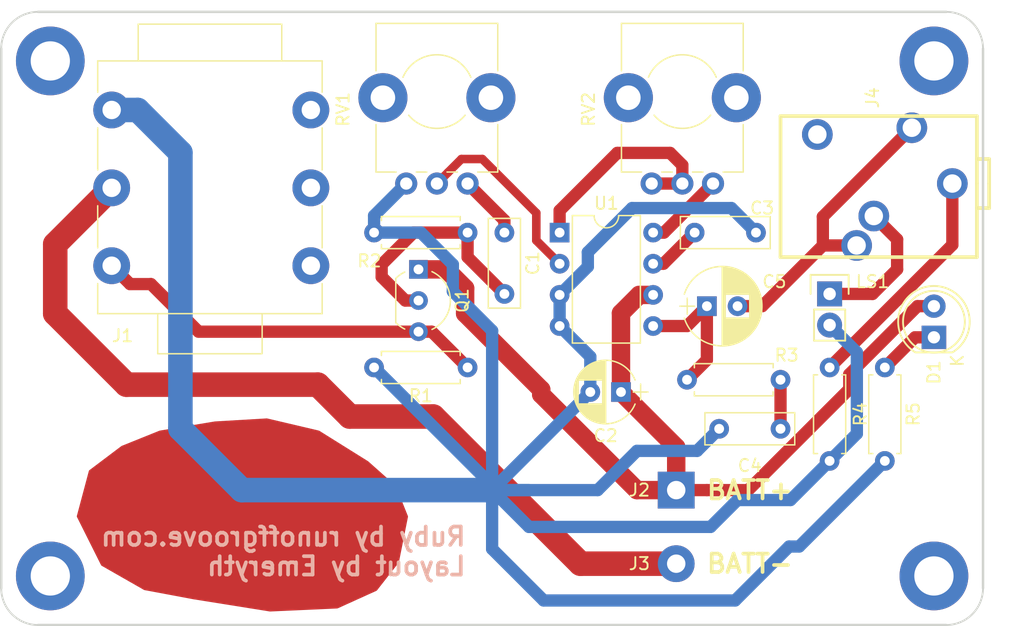
<source format=kicad_pcb>
(kicad_pcb (version 20170123) (host pcbnew no-vcs-found-8c7175b~60~ubuntu16.04.1)

  (general
    (thickness 1.6)
    (drawings 11)
    (tracks 120)
    (zones 0)
    (modules 25)
    (nets 21)
  )

  (page A4)
  (layers
    (0 F.Cu signal)
    (31 B.Cu signal)
    (32 B.Adhes user)
    (33 F.Adhes user)
    (34 B.Paste user)
    (35 F.Paste user)
    (36 B.SilkS user)
    (37 F.SilkS user)
    (38 B.Mask user)
    (39 F.Mask user)
    (40 Dwgs.User user)
    (41 Cmts.User user)
    (42 Eco1.User user)
    (43 Eco2.User user)
    (44 Edge.Cuts user)
    (45 Margin user)
    (46 B.CrtYd user)
    (47 F.CrtYd user)
    (48 B.Fab user)
    (49 F.Fab user)
  )

  (setup
    (last_trace_width 1)
    (user_trace_width 0.5)
    (user_trace_width 0.7)
    (user_trace_width 1)
    (user_trace_width 1.5)
    (user_trace_width 2)
    (trace_clearance 0.3)
    (zone_clearance 0.508)
    (zone_45_only no)
    (trace_min 0.2)
    (segment_width 0.2)
    (edge_width 0.15)
    (via_size 0.8)
    (via_drill 0.4)
    (via_min_size 0.4)
    (via_min_drill 0.3)
    (uvia_size 0.3)
    (uvia_drill 0.1)
    (uvias_allowed no)
    (uvia_min_size 0.2)
    (uvia_min_drill 0.1)
    (pcb_text_width 0.3)
    (pcb_text_size 1.5 1.5)
    (mod_edge_width 0.15)
    (mod_text_size 1 1)
    (mod_text_width 0.15)
    (pad_size 1.524 1.524)
    (pad_drill 0.762)
    (pad_to_mask_clearance 0.2)
    (aux_axis_origin 0 0)
    (visible_elements FFFFFF7F)
    (pcbplotparams
      (layerselection 0x010f0_ffffffff)
      (usegerberextensions true)
      (usegerberattributes true)
      (usegerberadvancedattributes true)
      (creategerberjobfile true)
      (excludeedgelayer true)
      (linewidth 0.100000)
      (plotframeref false)
      (viasonmask false)
      (mode 1)
      (useauxorigin false)
      (hpglpennumber 1)
      (hpglpenspeed 20)
      (hpglpendiameter 15)
      (psnegative false)
      (psa4output false)
      (plotreference true)
      (plotvalue false)
      (plotinvisibletext false)
      (padsonsilk false)
      (subtractmaskfromsilk false)
      (outputformat 1)
      (mirror false)
      (drillshape 0)
      (scaleselection 1)
      (outputdirectory gerbers))
  )

  (net 0 "")
  (net 1 "Net-(C1-Pad2)")
  (net 2 "Net-(C1-Pad1)")
  (net 3 GND)
  (net 4 +BATT)
  (net 5 "Net-(C3-Pad2)")
  (net 6 "Net-(C4-Pad1)")
  (net 7 /OUTPUT)
  (net 8 "Net-(C5-Pad1)")
  (net 9 -BATT)
  (net 10 /INPUT)
  (net 11 "Net-(J4-Pad3)")
  (net 12 "Net-(RV1-Pad2)")
  (net 13 "Net-(RV2-Pad1)")
  (net 14 "Net-(J1-Pad6)")
  (net 15 "Net-(J1-Pad4)")
  (net 16 "Net-(J1-Pad5)")
  (net 17 "Net-(J4-Pad4)")
  (net 18 "Net-(J4-Pad5)")
  (net 19 "Net-(D1-Pad1)")
  (net 20 "Net-(RV2-Pad2)")

  (net_class Default "This is the default net class."
    (clearance 0.3)
    (trace_width 0.25)
    (via_dia 0.8)
    (via_drill 0.4)
    (uvia_dia 0.3)
    (uvia_drill 0.1)
    (add_net +BATT)
    (add_net -BATT)
    (add_net /INPUT)
    (add_net /OUTPUT)
    (add_net GND)
    (add_net "Net-(C1-Pad1)")
    (add_net "Net-(C1-Pad2)")
    (add_net "Net-(C3-Pad2)")
    (add_net "Net-(C4-Pad1)")
    (add_net "Net-(C5-Pad1)")
    (add_net "Net-(D1-Pad1)")
    (add_net "Net-(J1-Pad4)")
    (add_net "Net-(J1-Pad5)")
    (add_net "Net-(J1-Pad6)")
    (add_net "Net-(J4-Pad3)")
    (add_net "Net-(J4-Pad4)")
    (add_net "Net-(J4-Pad5)")
    (add_net "Net-(RV1-Pad2)")
    (add_net "Net-(RV2-Pad1)")
    (add_net "Net-(RV2-Pad2)")
  )

  (module Potentiometers:Potentiometer_Alps_RK09K_Horizontal (layer F.Cu) (tedit 58826B09) (tstamp 59C815F5)
    (at 128 74 90)
    (descr "Potentiometer, horizontally mounted, Omeg PC16PU, Omeg PC16PU, Omeg PC16PU, Vishay/Spectrol 248GJ/249GJ Single, Vishay/Spectrol 248GJ/249GJ Single, Vishay/Spectrol 248GJ/249GJ Single, Vishay/Spectrol 248GH/249GH Single, Vishay/Spectrol 148/149 Single, Vishay/Spectrol 148/149 Single, Vishay/Spectrol 148/149 Single, Vishay/Spectrol 148A/149A Single with mounting plates, Vishay/Spectrol 148/149 Double, Vishay/Spectrol 148A/149A Double with mounting plates, Piher PC-16 Single, Piher PC-16 Single, Piher PC-16 Single, Piher PC-16SV Single, Piher PC-16 Double, Piher PC-16 Triple, Piher T16H Single, Piher T16L Single, Piher T16H Double, Alps RK163 Single, Alps RK163 Double, Alps RK097 Single, Alps RK097 Double, Bourns PTV09A-2 Single with mounting sleve Single, Bourns PTV09A-1 with mounting sleve Single, Bourns PRS11S Single, Alps RK09K Single with mounting sleve Single, Alps RK09K with mounting sleve Single, http://www.alps.com/prod/info/E/HTML/Potentiometer/RotaryPotentiometers/RK09K/RK09D1130C1B.html")
    (tags "Potentiometer horizontal  Omeg PC16PU  Omeg PC16PU  Omeg PC16PU  Vishay/Spectrol 248GJ/249GJ Single  Vishay/Spectrol 248GJ/249GJ Single  Vishay/Spectrol 248GJ/249GJ Single  Vishay/Spectrol 248GH/249GH Single  Vishay/Spectrol 148/149 Single  Vishay/Spectrol 148/149 Single  Vishay/Spectrol 148/149 Single  Vishay/Spectrol 148A/149A Single with mounting plates  Vishay/Spectrol 148/149 Double  Vishay/Spectrol 148A/149A Double with mounting plates  Piher PC-16 Single  Piher PC-16 Single  Piher PC-16 Single  Piher PC-16SV Single  Piher PC-16 Double  Piher PC-16 Triple  Piher T16H Single  Piher T16L Single  Piher T16H Double  Alps RK163 Single  Alps RK163 Double  Alps RK097 Single  Alps RK097 Double  Bourns PTV09A-2 Single with mounting sleve Single  Bourns PTV09A-1 with mounting sleve Single  Bourns PRS11S Single  Alps RK09K Single with mounting sleve Single  Alps RK09K with mounting sleve Single")
    (path /59AD69A3)
    (fp_text reference RV2 (at 6.05 -10.15 90) (layer F.SilkS)
      (effects (font (size 1 1) (thickness 0.15)))
    )
    (fp_text value 1k (at 6.05 5.15 90) (layer F.Fab)
      (effects (font (size 1 1) (thickness 0.15)))
    )
    (fp_arc (start 7.5 -2.5) (end 8.673 0.262) (angle -134) (layer F.SilkS) (width 0.12))
    (fp_arc (start 7.5 -2.5) (end 5.572 -4.798) (angle -100) (layer F.SilkS) (width 0.12))
    (fp_circle (center 7.5 -2.5) (end 10.75 -2.5) (layer F.Fab) (width 0.1))
    (fp_circle (center 7.5 -2.5) (end 10.5 -2.5) (layer F.Fab) (width 0.1))
    (fp_line (start 1 -7.4) (end 1 2.4) (layer F.Fab) (width 0.1))
    (fp_line (start 1 2.4) (end 13 2.4) (layer F.Fab) (width 0.1))
    (fp_line (start 13 2.4) (end 13 -7.4) (layer F.Fab) (width 0.1))
    (fp_line (start 13 -7.4) (end 1 -7.4) (layer F.Fab) (width 0.1))
    (fp_line (start 0.94 -7.461) (end 4.806 -7.461) (layer F.SilkS) (width 0.12))
    (fp_line (start 9.195 -7.461) (end 13.06 -7.461) (layer F.SilkS) (width 0.12))
    (fp_line (start 0.94 2.46) (end 4.806 2.46) (layer F.SilkS) (width 0.12))
    (fp_line (start 9.195 2.46) (end 13.06 2.46) (layer F.SilkS) (width 0.12))
    (fp_line (start 0.94 -7.461) (end 0.94 -5.825) (layer F.SilkS) (width 0.12))
    (fp_line (start 0.94 -4.175) (end 0.94 -3.325) (layer F.SilkS) (width 0.12))
    (fp_line (start 0.94 -1.675) (end 0.94 -0.825) (layer F.SilkS) (width 0.12))
    (fp_line (start 0.94 0.825) (end 0.94 2.46) (layer F.SilkS) (width 0.12))
    (fp_line (start 13.06 -7.461) (end 13.06 2.46) (layer F.SilkS) (width 0.12))
    (fp_line (start -1.15 -9.15) (end -1.15 4.15) (layer F.CrtYd) (width 0.05))
    (fp_line (start -1.15 4.15) (end 13.25 4.15) (layer F.CrtYd) (width 0.05))
    (fp_line (start 13.25 4.15) (end 13.25 -9.15) (layer F.CrtYd) (width 0.05))
    (fp_line (start 13.25 -9.15) (end -1.15 -9.15) (layer F.CrtYd) (width 0.05))
    (pad 3 thru_hole circle (at 0 -5 90) (size 1.8 1.8) (drill 1) (layers *.Cu *.Mask)
      (net 20 "Net-(RV2-Pad2)"))
    (pad 2 thru_hole circle (at 0 -2.5 90) (size 1.8 1.8) (drill 1) (layers *.Cu *.Mask)
      (net 20 "Net-(RV2-Pad2)"))
    (pad 1 thru_hole circle (at 0 0 90) (size 1.8 1.8) (drill 1) (layers *.Cu *.Mask)
      (net 13 "Net-(RV2-Pad1)"))
    (pad 0 np_thru_hole circle (at 7 -6.9 90) (size 4 4) (drill 2) (layers *.Cu *.Mask))
    (pad 0 np_thru_hole circle (at 7 1.9 90) (size 4 4) (drill 2) (layers *.Cu *.Mask))
    (model Potentiometers.3dshapes/Potentiometer_Alps_RK09K_Horizontal.wrl
      (at (xyz 0 0 0))
      (scale (xyz 0.393701 0.393701 0.393701))
      (rotate (xyz 0 0 0))
    )
  )

  (module LOGO (layer F.Cu) (tedit 0) (tstamp 59C19095)
    (at 89.9 101.4)
    (fp_text reference G*** (at 0 0) (layer F.SilkS) hide
      (effects (font (thickness 0.3)))
    )
    (fp_text value LOGO (at 0.75 0) (layer F.SilkS) hide
      (effects (font (thickness 0.3)))
    )
    (fp_poly (pts (xy 4.244687 -6.381204) (xy 4.543777 -6.257077) (xy 4.717474 -6.103337) (xy 4.804592 -5.87157)
      (xy 4.812528 -5.542535) (xy 4.743752 -5.167311) (xy 4.660552 -4.926362) (xy 4.567149 -4.674321)
      (xy 4.449994 -4.315674) (xy 4.316707 -3.878477) (xy 4.174913 -3.390789) (xy 4.032232 -2.880668)
      (xy 3.896288 -2.376171) (xy 3.774703 -1.905357) (xy 3.675099 -1.496284) (xy 3.605098 -1.177008)
      (xy 3.572322 -0.975589) (xy 3.57328 -0.924086) (xy 3.648413 -0.938488) (xy 3.832382 -1.033969)
      (xy 4.09569 -1.193946) (xy 4.343207 -1.356927) (xy 4.697116 -1.590618) (xy 4.955614 -1.740157)
      (xy 5.158512 -1.823314) (xy 5.345622 -1.857861) (xy 5.476213 -1.862666) (xy 5.924308 -1.793181)
      (xy 6.274357 -1.586767) (xy 6.521726 -1.246493) (xy 6.566913 -1.141045) (xy 6.662562 -0.722681)
      (xy 6.681422 -0.21908) (xy 6.627597 0.306235) (xy 6.50519 0.789738) (xy 6.430285 0.973667)
      (xy 6.104753 1.489643) (xy 5.647578 1.971613) (xy 5.096336 2.391844) (xy 4.488599 2.722608)
      (xy 3.861943 2.936172) (xy 3.734944 2.962886) (xy 3.33043 3.01708) (xy 2.906575 3.039124)
      (xy 2.518278 3.029038) (xy 2.220442 2.986841) (xy 2.142266 2.962335) (xy 1.977919 2.837878)
      (xy 1.825962 2.634615) (xy 1.813783 2.612) (xy 1.747264 2.442688) (xy 1.71103 2.236741)
      (xy 1.707774 1.978605) (xy 1.723308 1.82245) (xy 3.023076 1.82245) (xy 3.060686 1.920287)
      (xy 3.223748 1.995366) (xy 3.505262 1.96533) (xy 3.910813 1.829336) (xy 4.049564 1.771199)
      (xy 4.612876 1.448027) (xy 5.05078 1.026214) (xy 5.285012 0.658865) (xy 5.420978 0.312104)
      (xy 5.492552 -0.029389) (xy 5.500031 -0.330382) (xy 5.443709 -0.555643) (xy 5.323882 -0.66994)
      (xy 5.273823 -0.677333) (xy 5.075866 -0.627563) (xy 4.790324 -0.495597) (xy 4.459854 -0.30745)
      (xy 4.127116 -0.089138) (xy 3.834769 0.133323) (xy 3.636447 0.321222) (xy 3.432793 0.600976)
      (xy 3.25481 0.932132) (xy 3.117317 1.273534) (xy 3.035133 1.584025) (xy 3.023076 1.82245)
      (xy 1.723308 1.82245) (xy 1.740192 1.65273) (xy 1.810978 1.243563) (xy 1.922827 0.735553)
      (xy 2.078433 0.113147) (xy 2.280492 -0.639205) (xy 2.531697 -1.537056) (xy 2.534262 -1.546102)
      (xy 2.721209 -2.211915) (xy 2.894909 -2.843176) (xy 3.049292 -3.416847) (xy 3.178287 -3.909889)
      (xy 3.275826 -4.299266) (xy 3.335838 -4.561939) (xy 3.350813 -4.645271) (xy 3.374155 -4.893301)
      (xy 3.346054 -5.065468) (xy 3.242463 -5.232171) (xy 3.090491 -5.407343) (xy 2.898811 -5.645112)
      (xy 2.820045 -5.822726) (xy 2.826091 -5.958334) (xy 2.959513 -6.171305) (xy 3.210099 -6.323298)
      (xy 3.535833 -6.411093) (xy 3.894701 -6.431469) (xy 4.244687 -6.381204)) (layer F.Mask) (width 0.01))
    (fp_poly (pts (xy -1.821306 -1.784803) (xy -1.637176 -1.644872) (xy -1.487957 -1.423955) (xy -1.435006 -1.143054)
      (xy -1.480979 -0.785541) (xy -1.628533 -0.334789) (xy -1.880324 0.22583) (xy -1.962265 0.389816)
      (xy -2.234259 0.943672) (xy -2.415066 1.355372) (xy -2.504733 1.625412) (xy -2.503307 1.75429)
      (xy -2.410836 1.742503) (xy -2.227366 1.590549) (xy -2.059645 1.417185) (xy -1.586209 0.833399)
      (xy -1.090184 0.085379) (xy -0.591125 -0.79101) (xy -0.395062 -1.139167) (xy -0.207597 -1.439224)
      (xy -0.053191 -1.653759) (xy 0.026799 -1.736441) (xy 0.313708 -1.85352) (xy 0.588226 -1.823003)
      (xy 0.81792 -1.665438) (xy 0.970357 -1.401372) (xy 1.014966 -1.110415) (xy 0.979683 -0.89096)
      (xy 0.8868 -0.577686) (xy 0.754214 -0.228347) (xy 0.710204 -0.127) (xy 0.434365 0.503097)
      (xy 0.233168 0.997785) (xy 0.101188 1.370864) (xy 0.051123 1.549743) (xy -0.005524 1.787153)
      (xy 0.238917 1.606431) (xy 0.52924 1.468538) (xy 0.728512 1.453687) (xy 0.905287 1.502175)
      (xy 0.981792 1.630336) (xy 0.999772 1.751123) (xy 0.986705 1.955016) (xy 0.886395 2.155897)
      (xy 0.719222 2.360009) (xy 0.384416 2.667549) (xy 0.029139 2.887598) (xy -0.315637 3.009805)
      (xy -0.618941 3.023817) (xy -0.849799 2.919283) (xy -0.875878 2.893167) (xy -0.97563 2.716395)
      (xy -1.006052 2.46431) (xy -0.967484 2.108296) (xy -0.889519 1.739187) (xy -0.830359 1.470438)
      (xy -0.797258 1.277246) (xy -0.796062 1.207716) (xy -0.857467 1.252424) (xy -0.983338 1.396471)
      (xy -1.064601 1.500529) (xy -1.383859 1.893011) (xy -1.727634 2.265299) (xy -2.061566 2.583545)
      (xy -2.351294 2.813903) (xy -2.472548 2.887449) (xy -2.835253 3.024558) (xy -3.133918 3.020026)
      (xy -3.401513 2.871) (xy -3.477846 2.800513) (xy -3.631766 2.602572) (xy -3.713946 2.37264)
      (xy -3.721309 2.090253) (xy -3.650781 1.734949) (xy -3.499286 1.286266) (xy -3.263749 0.723742)
      (xy -3.117307 0.401605) (xy -2.954821 0.038282) (xy -2.826689 -0.27222) (xy -2.746055 -0.496302)
      (xy -2.725657 -0.599303) (xy -2.803603 -0.616658) (xy -2.959714 -0.528675) (xy -2.978713 -0.514075)
      (xy -3.211196 -0.386827) (xy -3.445792 -0.343322) (xy -3.62862 -0.387191) (xy -3.694788 -0.465856)
      (xy -3.70689 -0.71647) (xy -3.586515 -0.992634) (xy -3.362545 -1.268536) (xy -3.063859 -1.518365)
      (xy -2.719338 -1.71631) (xy -2.357862 -1.836559) (xy -2.133985 -1.860807) (xy -1.821306 -1.784803)) (layer F.Mask) (width 0.01))
    (fp_poly (pts (xy 8.957161 -1.785157) (xy 9.217166 -1.556213) (xy 9.40371 -1.181216) (xy 9.47399 -0.911013)
      (xy 9.527606 -0.629285) (xy 9.591295 -0.277588) (xy 9.658202 0.103923) (xy 9.721472 0.475096)
      (xy 9.774248 0.795776) (xy 9.809677 1.025811) (xy 9.821063 1.121834) (xy 9.884929 1.184662)
      (xy 9.895728 1.185334) (xy 9.988983 1.106483) (xy 10.088699 0.891997) (xy 10.187118 0.574977)
      (xy 10.27648 0.188522) (xy 10.349026 -0.234266) (xy 10.396997 -0.660289) (xy 10.412748 -1.020233)
      (xy 10.427209 -1.41262) (xy 10.477901 -1.664658) (xy 10.578559 -1.80383) (xy 10.742918 -1.857621)
      (xy 10.8331 -1.86137) (xy 11.098616 -1.809475) (xy 11.280464 -1.647168) (xy 11.387567 -1.358928)
      (xy 11.428855 -0.929232) (xy 11.43 -0.823443) (xy 11.353948 -0.014548) (xy 11.137186 0.81811)
      (xy 10.796803 1.650165) (xy 10.349891 2.457247) (xy 9.81354 3.214991) (xy 9.204839 3.899027)
      (xy 8.540879 4.484987) (xy 7.838751 4.948504) (xy 7.173195 5.246048) (xy 6.768341 5.35285)
      (xy 6.301752 5.427224) (xy 5.826606 5.465339) (xy 5.396078 5.463367) (xy 5.063344 5.417479)
      (xy 5.0105 5.401779) (xy 4.687111 5.242015) (xy 4.437246 5.024459) (xy 4.280919 4.780716)
      (xy 4.238142 4.542389) (xy 4.328929 4.341082) (xy 4.334933 4.334934) (xy 4.504914 4.247064)
      (xy 4.754847 4.259504) (xy 5.106143 4.3749) (xy 5.283406 4.452109) (xy 5.602 4.580731)
      (xy 5.851412 4.630376) (xy 6.104053 4.614945) (xy 6.119138 4.61254) (xy 6.633724 4.450623)
      (xy 7.145516 4.149441) (xy 7.629348 3.737581) (xy 8.060058 3.243626) (xy 8.412479 2.696163)
      (xy 8.661449 2.123775) (xy 8.778328 1.591854) (xy 8.786814 1.200784) (xy 8.750702 0.732363)
      (xy 8.679317 0.258621) (xy 8.581982 -0.148409) (xy 8.535827 -0.281583) (xy 8.410326 -0.503414)
      (xy 8.22732 -0.733416) (xy 8.199737 -0.761904) (xy 8.004516 -1.047845) (xy 7.957315 -1.335232)
      (xy 8.044692 -1.589549) (xy 8.253202 -1.776279) (xy 8.569401 -1.860907) (xy 8.628474 -1.862666)
      (xy 8.957161 -1.785157)) (layer F.Mask) (width 0.01))
    (fp_poly (pts (xy -5.875377 -4.109381) (xy -5.182283 -3.990834) (xy -4.62978 -3.788085) (xy -4.212931 -3.497869)
      (xy -3.926799 -3.116922) (xy -3.766444 -2.64198) (xy -3.725333 -2.171387) (xy -3.806108 -1.631768)
      (xy -4.03446 -1.134311) (xy -4.389435 -0.704742) (xy -4.850078 -0.368786) (xy -5.363291 -0.160628)
      (xy -5.606446 -0.094474) (xy -5.786979 -0.044885) (xy -5.819806 -0.035715) (xy -5.799742 0.037283)
      (xy -5.695986 0.227044) (xy -5.522811 0.51221) (xy -5.29449 0.871426) (xy -5.025294 1.283334)
      (xy -4.729497 1.726578) (xy -4.42137 2.179802) (xy -4.115188 2.621649) (xy -3.825221 3.030763)
      (xy -3.565742 3.385787) (xy -3.351025 3.665365) (xy -3.323657 3.699356) (xy -2.849114 4.154812)
      (xy -2.26149 4.505028) (xy -1.700068 4.703922) (xy -1.211918 4.798629) (xy -0.82306 4.792811)
      (xy -0.489484 4.676164) (xy -0.167184 4.438382) (xy -0.039455 4.315078) (xy 0.274041 4.037834)
      (xy 0.526979 3.909287) (xy 0.731244 3.925076) (xy 0.829733 3.996267) (xy 0.932867 4.207378)
      (xy 0.905021 4.473168) (xy 0.762148 4.764152) (xy 0.520203 5.05084) (xy 0.195141 5.303749)
      (xy 0.088611 5.366015) (xy -0.384187 5.546742) (xy -0.945095 5.640751) (xy -1.533936 5.643081)
      (xy -2.090532 5.548772) (xy -2.099241 5.546339) (xy -2.583028 5.386252) (xy -3.027001 5.182634)
      (xy -3.445213 4.921338) (xy -3.851716 4.588219) (xy -4.260561 4.169133) (xy -4.685801 3.649931)
      (xy -5.141488 3.01647) (xy -5.641675 2.254603) (xy -6.094971 1.524) (xy -6.407836 1.009864)
      (xy -6.643742 0.623502) (xy -6.814411 0.348437) (xy -6.931565 0.168188) (xy -7.006927 0.066277)
      (xy -7.052219 0.026226) (xy -7.079164 0.031553) (xy -7.099484 0.065782) (xy -7.113073 0.092787)
      (xy -7.166598 0.231057) (xy -7.249069 0.488946) (xy -7.34891 0.824942) (xy -7.454543 1.197533)
      (xy -7.554393 1.565208) (xy -7.636882 1.886455) (xy -7.690433 2.11976) (xy -7.704667 2.214111)
      (xy -7.62912 2.329248) (xy -7.437064 2.422542) (xy -7.4295 2.424745) (xy -7.206657 2.536912)
      (xy -7.126667 2.695653) (xy -7.11843 2.861323) (xy -7.164408 2.976754) (xy -7.287312 3.048863)
      (xy -7.509851 3.084571) (xy -7.854733 3.090798) (xy -8.344668 3.074462) (xy -8.366661 3.073479)
      (xy -8.782785 3.048825) (xy -9.141382 3.016455) (xy -9.406324 2.980411) (xy -9.541482 2.944733)
      (xy -9.546167 2.941582) (xy -9.645722 2.773735) (xy -9.603098 2.574717) (xy -9.436364 2.395786)
      (xy -9.220138 2.239868) (xy -9.055013 2.116667) (xy -8.987383 2.021658) (xy -8.896659 1.817418)
      (xy -8.77933 1.4935) (xy -8.63189 1.039457) (xy -8.450828 0.444842) (xy -8.232637 -0.300793)
      (xy -8.169983 -0.518629) (xy -8.037678 -0.982199) (xy -6.773333 -0.982199) (xy -6.699002 -0.931241)
      (xy -6.506482 -0.917821) (xy -6.241482 -0.936923) (xy -5.949713 -0.983532) (xy -5.676885 -1.052631)
      (xy -5.50079 -1.121833) (xy -5.159986 -1.358573) (xy -4.910507 -1.659885) (xy -4.764745 -1.99186)
      (xy -4.735085 -2.320588) (xy -4.833918 -2.612162) (xy -4.918088 -2.716754) (xy -5.178714 -2.915989)
      (xy -5.476699 -3.052317) (xy -5.769064 -3.116541) (xy -6.012831 -3.099464) (xy -6.165023 -2.991887)
      (xy -6.169175 -2.9845) (xy -6.218095 -2.858493) (xy -6.299202 -2.61523) (xy -6.400187 -2.295501)
      (xy -6.508745 -1.940095) (xy -6.612567 -1.5898) (xy -6.699346 -1.285407) (xy -6.756775 -1.067704)
      (xy -6.773333 -0.982199) (xy -8.037678 -0.982199) (xy -7.991436 -1.144219) (xy -7.829039 -1.718967)
      (xy -7.688486 -2.222262) (xy -7.575473 -2.63349) (xy -7.495695 -2.93204) (xy -7.454845 -3.097298)
      (xy -7.450667 -3.122129) (xy -7.525359 -3.192427) (xy -7.725142 -3.217415) (xy -8.013577 -3.202594)
      (xy -8.354227 -3.153467) (xy -8.710652 -3.075536) (xy -9.046415 -2.974303) (xy -9.325075 -2.855269)
      (xy -9.365221 -2.833038) (xy -9.682847 -2.599284) (xy -9.842134 -2.349092) (xy -9.844167 -2.068248)
      (xy -9.690032 -1.742536) (xy -9.47025 -1.457554) (xy -9.298513 -1.241675) (xy -9.24257 -1.092589)
      (xy -9.297018 -0.958834) (xy -9.405337 -0.839329) (xy -9.624274 -0.718326) (xy -9.869751 -0.737905)
      (xy -10.120515 -0.8762) (xy -10.355316 -1.111345) (xy -10.552904 -1.421473) (xy -10.692027 -1.784716)
      (xy -10.751435 -2.179208) (xy -10.752195 -2.225219) (xy -10.673161 -2.670178) (xy -10.439737 -3.064333)
      (xy -10.060261 -3.403717) (xy -9.54307 -3.684362) (xy -8.896501 -3.9023) (xy -8.128893 -4.053564)
      (xy -7.248582 -4.134185) (xy -6.714001 -4.146989) (xy -5.875377 -4.109381)) (layer F.Mask) (width 0.01))
  )

  (module Potentiometers:Potentiometer_Alps_RK09K_Horizontal (layer F.Cu) (tedit 58826B09) (tstamp 59C815D7)
    (at 108 74 90)
    (descr "Potentiometer, horizontally mounted, Omeg PC16PU, Omeg PC16PU, Omeg PC16PU, Vishay/Spectrol 248GJ/249GJ Single, Vishay/Spectrol 248GJ/249GJ Single, Vishay/Spectrol 248GJ/249GJ Single, Vishay/Spectrol 248GH/249GH Single, Vishay/Spectrol 148/149 Single, Vishay/Spectrol 148/149 Single, Vishay/Spectrol 148/149 Single, Vishay/Spectrol 148A/149A Single with mounting plates, Vishay/Spectrol 148/149 Double, Vishay/Spectrol 148A/149A Double with mounting plates, Piher PC-16 Single, Piher PC-16 Single, Piher PC-16 Single, Piher PC-16SV Single, Piher PC-16 Double, Piher PC-16 Triple, Piher T16H Single, Piher T16L Single, Piher T16H Double, Alps RK163 Single, Alps RK163 Double, Alps RK097 Single, Alps RK097 Double, Bourns PTV09A-2 Single with mounting sleve Single, Bourns PTV09A-1 with mounting sleve Single, Bourns PRS11S Single, Alps RK09K Single with mounting sleve Single, Alps RK09K with mounting sleve Single, http://www.alps.com/prod/info/E/HTML/Potentiometer/RotaryPotentiometers/RK09K/RK09D1130C1B.html")
    (tags "Potentiometer horizontal  Omeg PC16PU  Omeg PC16PU  Omeg PC16PU  Vishay/Spectrol 248GJ/249GJ Single  Vishay/Spectrol 248GJ/249GJ Single  Vishay/Spectrol 248GJ/249GJ Single  Vishay/Spectrol 248GH/249GH Single  Vishay/Spectrol 148/149 Single  Vishay/Spectrol 148/149 Single  Vishay/Spectrol 148/149 Single  Vishay/Spectrol 148A/149A Single with mounting plates  Vishay/Spectrol 148/149 Double  Vishay/Spectrol 148A/149A Double with mounting plates  Piher PC-16 Single  Piher PC-16 Single  Piher PC-16 Single  Piher PC-16SV Single  Piher PC-16 Double  Piher PC-16 Triple  Piher T16H Single  Piher T16L Single  Piher T16H Double  Alps RK163 Single  Alps RK163 Double  Alps RK097 Single  Alps RK097 Double  Bourns PTV09A-2 Single with mounting sleve Single  Bourns PTV09A-1 with mounting sleve Single  Bourns PRS11S Single  Alps RK09K Single with mounting sleve Single  Alps RK09K with mounting sleve Single")
    (path /59AD6A04)
    (fp_text reference RV1 (at 6.05 -10.15 90) (layer F.SilkS)
      (effects (font (size 1 1) (thickness 0.15)))
    )
    (fp_text value 10k-B (at 6.05 5.15 90) (layer F.Fab)
      (effects (font (size 1 1) (thickness 0.15)))
    )
    (fp_line (start 13.25 -9.15) (end -1.15 -9.15) (layer F.CrtYd) (width 0.05))
    (fp_line (start 13.25 4.15) (end 13.25 -9.15) (layer F.CrtYd) (width 0.05))
    (fp_line (start -1.15 4.15) (end 13.25 4.15) (layer F.CrtYd) (width 0.05))
    (fp_line (start -1.15 -9.15) (end -1.15 4.15) (layer F.CrtYd) (width 0.05))
    (fp_line (start 13.06 -7.461) (end 13.06 2.46) (layer F.SilkS) (width 0.12))
    (fp_line (start 0.94 0.825) (end 0.94 2.46) (layer F.SilkS) (width 0.12))
    (fp_line (start 0.94 -1.675) (end 0.94 -0.825) (layer F.SilkS) (width 0.12))
    (fp_line (start 0.94 -4.175) (end 0.94 -3.325) (layer F.SilkS) (width 0.12))
    (fp_line (start 0.94 -7.461) (end 0.94 -5.825) (layer F.SilkS) (width 0.12))
    (fp_line (start 9.195 2.46) (end 13.06 2.46) (layer F.SilkS) (width 0.12))
    (fp_line (start 0.94 2.46) (end 4.806 2.46) (layer F.SilkS) (width 0.12))
    (fp_line (start 9.195 -7.461) (end 13.06 -7.461) (layer F.SilkS) (width 0.12))
    (fp_line (start 0.94 -7.461) (end 4.806 -7.461) (layer F.SilkS) (width 0.12))
    (fp_line (start 13 -7.4) (end 1 -7.4) (layer F.Fab) (width 0.1))
    (fp_line (start 13 2.4) (end 13 -7.4) (layer F.Fab) (width 0.1))
    (fp_line (start 1 2.4) (end 13 2.4) (layer F.Fab) (width 0.1))
    (fp_line (start 1 -7.4) (end 1 2.4) (layer F.Fab) (width 0.1))
    (fp_circle (center 7.5 -2.5) (end 10.5 -2.5) (layer F.Fab) (width 0.1))
    (fp_circle (center 7.5 -2.5) (end 10.75 -2.5) (layer F.Fab) (width 0.1))
    (fp_arc (start 7.5 -2.5) (end 5.572 -4.798) (angle -100) (layer F.SilkS) (width 0.12))
    (fp_arc (start 7.5 -2.5) (end 8.673 0.262) (angle -134) (layer F.SilkS) (width 0.12))
    (pad 0 np_thru_hole circle (at 7 1.9 90) (size 4 4) (drill 2) (layers *.Cu *.Mask))
    (pad 0 np_thru_hole circle (at 7 -6.9 90) (size 4 4) (drill 2) (layers *.Cu *.Mask))
    (pad 1 thru_hole circle (at 0 0 90) (size 1.8 1.8) (drill 1) (layers *.Cu *.Mask)
      (net 2 "Net-(C1-Pad1)"))
    (pad 2 thru_hole circle (at 0 -2.5 90) (size 1.8 1.8) (drill 1) (layers *.Cu *.Mask)
      (net 12 "Net-(RV1-Pad2)"))
    (pad 3 thru_hole circle (at 0 -5 90) (size 1.8 1.8) (drill 1) (layers *.Cu *.Mask)
      (net 3 GND))
    (model Potentiometers.3dshapes/Potentiometer_Alps_RK09K_Horizontal.wrl
      (at (xyz 0 0 0))
      (scale (xyz 0.393701 0.393701 0.393701))
      (rotate (xyz 0 0 0))
    )
  )

  (module Mounting_Holes:MountingHole_3.2mm_M3_DIN965_Pad (layer F.Cu) (tedit 59B970CD) (tstamp 59DAEA79)
    (at 146 64)
    (descr "Mounting Hole 3.2mm, M3, DIN965")
    (tags "mounting hole 3.2mm m3 din965")
    (fp_text reference "" (at 0 -3.8) (layer F.SilkS)
      (effects (font (size 1 1) (thickness 0.15)))
    )
    (fp_text value "" (at 0 3.8) (layer F.Fab)
      (effects (font (size 1 1) (thickness 0.15)))
    )
    (fp_circle (center 0 0) (end 2.8 0) (layer Cmts.User) (width 0.15))
    (fp_circle (center 0 0) (end 3.05 0) (layer F.CrtYd) (width 0.05))
    (pad 1 thru_hole circle (at 0 0) (size 5.6 5.6) (drill 3.2) (layers *.Cu *.Mask))
  )

  (module Mounting_Holes:MountingHole_3.2mm_M3_DIN965_Pad (layer F.Cu) (tedit 59B970C0) (tstamp 59DAEA72)
    (at 146 106)
    (descr "Mounting Hole 3.2mm, M3, DIN965")
    (tags "mounting hole 3.2mm m3 din965")
    (fp_text reference "" (at 0 -3.8) (layer F.SilkS)
      (effects (font (size 1 1) (thickness 0.15)))
    )
    (fp_text value "" (at 0 3.8) (layer F.Fab)
      (effects (font (size 1 1) (thickness 0.15)))
    )
    (fp_circle (center 0 0) (end 2.8 0) (layer Cmts.User) (width 0.15))
    (fp_circle (center 0 0) (end 3.05 0) (layer F.CrtYd) (width 0.05))
    (pad 1 thru_hole circle (at 0 0) (size 5.6 5.6) (drill 3.2) (layers *.Cu *.Mask))
  )

  (module Mounting_Holes:MountingHole_3.2mm_M3_DIN965_Pad (layer F.Cu) (tedit 59B970C4) (tstamp 59DAEA6B)
    (at 74 106)
    (descr "Mounting Hole 3.2mm, M3, DIN965")
    (tags "mounting hole 3.2mm m3 din965")
    (fp_text reference "" (at 0 -3.8) (layer F.SilkS)
      (effects (font (size 1 1) (thickness 0.15)))
    )
    (fp_text value "" (at 0 3.8) (layer F.Fab)
      (effects (font (size 1 1) (thickness 0.15)))
    )
    (fp_circle (center 0 0) (end 2.8 0) (layer Cmts.User) (width 0.15))
    (fp_circle (center 0 0) (end 3.05 0) (layer F.CrtYd) (width 0.05))
    (pad 1 thru_hole circle (at 0 0) (size 5.6 5.6) (drill 3.2) (layers *.Cu *.Mask))
  )

  (module Mounting_Holes:MountingHole_3.2mm_M3_DIN965_Pad (layer F.Cu) (tedit 59B970C9) (tstamp 59DAEA64)
    (at 74 64)
    (descr "Mounting Hole 3.2mm, M3, DIN965")
    (tags "mounting hole 3.2mm m3 din965")
    (fp_text reference "" (at 0 -3.8) (layer F.SilkS)
      (effects (font (size 1 1) (thickness 0.15)))
    )
    (fp_text value "" (at 0 3.8) (layer F.Fab)
      (effects (font (size 1 1) (thickness 0.15)))
    )
    (fp_circle (center 0 0) (end 2.8 0) (layer Cmts.User) (width 0.15))
    (fp_circle (center 0 0) (end 3.05 0) (layer F.CrtYd) (width 0.05))
    (pad 1 thru_hole circle (at 0 0) (size 5.6 5.6) (drill 3.2) (layers *.Cu *.Mask))
  )

  (module NMJ6HFD2:NMJ6HCD2 (layer F.Cu) (tedit 59B45B43) (tstamp 59DAC1EC)
    (at 79 68)
    (descr "NMJ6HCD2, TRS 1/4\\\\")
    (tags "NMJ6HCD2 TRS stereo jack connector")
    (path /59AD76D9)
    (fp_text reference J1 (at 0.89 18.41) (layer F.SilkS)
      (effects (font (size 1 1) (thickness 0.15)))
    )
    (fp_text value "INPUT JACK" (at 7.92 -8.12) (layer F.Fab)
      (effects (font (size 1 1) (thickness 0.15)))
    )
    (fp_line (start -1.14 -4) (end 17.15 -4) (layer F.SilkS) (width 0.12))
    (fp_line (start 17.15 -4) (end 17.15 -1.45) (layer F.SilkS) (width 0.12))
    (fp_line (start 17.15 1.46) (end 17.15 4.89) (layer F.SilkS) (width 0.12))
    (fp_line (start 17.15 7.81) (end 17.15 11.24) (layer F.SilkS) (width 0.12))
    (fp_line (start -1.14 11.24) (end -1.14 7.81) (layer F.SilkS) (width 0.12))
    (fp_line (start -1.14 4.89) (end -1.14 1.46) (layer F.SilkS) (width 0.12))
    (fp_line (start -1.14 -1.45) (end -1.14 -4) (layer F.SilkS) (width 0.12))
    (fp_line (start -1.14 16.61) (end -1.14 14.16) (layer F.SilkS) (width 0.12))
    (fp_line (start 17.15 16.61) (end 17.15 14.16) (layer F.SilkS) (width 0.12))
    (fp_line (start -1.14 16.61) (end 17.15 16.61) (layer F.SilkS) (width 0.12))
    (fp_line (start 13.86 -7) (end 13.86 -4) (layer F.SilkS) (width 0.12))
    (fp_line (start 2.16 -7) (end 13.86 -7) (layer F.SilkS) (width 0.12))
    (fp_line (start 2.16 -7) (end 2.16 -4) (layer F.SilkS) (width 0.12))
    (fp_line (start 3.75 16.64) (end 3.75 19.86) (layer F.SilkS) (width 0.12))
    (fp_line (start 3.75 19.88) (end 12.23 19.88) (layer F.SilkS) (width 0.12))
    (fp_line (start 12.26 16.64) (end 12.26 19.86) (layer F.SilkS) (width 0.12))
    (fp_line (start -1.75 -7.25) (end 17.95 -7.25) (layer F.CrtYd) (width 0.05))
    (fp_line (start 17.95 20.15) (end 17.95 -7.25) (layer F.CrtYd) (width 0.05))
    (fp_line (start -1.75 20.15) (end 17.95 20.15) (layer F.CrtYd) (width 0.05))
    (fp_line (start -1.75 -7.25) (end -1.75 20.15) (layer F.CrtYd) (width 0.05))
    (pad 3 thru_hole circle (at 0 0) (size 3 3) (drill 1.5) (layers *.Cu *.Mask)
      (net 3 GND))
    (pad 1 thru_hole circle (at 0 12.7) (size 3 3) (drill 1.5) (layers *.Cu *.Mask)
      (net 10 /INPUT))
    (pad 2 thru_hole circle (at 0 6.35) (size 3 3) (drill 1.5) (layers *.Cu *.Mask)
      (net 9 -BATT))
    (pad 6 thru_hole circle (at 16.23 0) (size 3 3) (drill 1.5) (layers *.Cu *.Mask)
      (net 14 "Net-(J1-Pad6)"))
    (pad 4 thru_hole circle (at 16.23 12.7) (size 3 3) (drill 1.5) (layers *.Cu *.Mask)
      (net 15 "Net-(J1-Pad4)"))
    (pad 5 thru_hole circle (at 16.23 6.35) (size 3 3) (drill 1.5) (layers *.Cu *.Mask)
      (net 16 "Net-(J1-Pad5)"))
    (model Connectors.3dshapes/NMJ6HCD2.wrl
      (at (xyz 0.32 0.17 0))
      (scale (xyz 0.39 0.39 0.39))
      (rotate (xyz -90 0 180))
    )
  )

  (module Capacitors_THT:C_Rect_L7.2mm_W2.5mm_P5.00mm_FKS2_FKP2_MKS2_MKP2 (layer F.Cu) (tedit 5920C257) (tstamp 59C813FE)
    (at 111 78 270)
    (descr "C, Rect series, Radial, pin pitch=5.00mm, , length*width=7.2*2.5mm^2, Capacitor, http://www.wima.com/EN/WIMA_FKS_2.pdf")
    (tags "C Rect series Radial pin pitch 5.00mm  length 7.2mm width 2.5mm Capacitor")
    (path /59AD6619)
    (fp_text reference C1 (at 2.5 -2.31 270) (layer F.SilkS)
      (effects (font (size 1 1) (thickness 0.15)))
    )
    (fp_text value 47n (at 2.5 2.31 270) (layer F.Fab)
      (effects (font (size 1 1) (thickness 0.15)))
    )
    (fp_line (start 6.45 -1.6) (end -1.45 -1.6) (layer F.CrtYd) (width 0.05))
    (fp_line (start 6.45 1.6) (end 6.45 -1.6) (layer F.CrtYd) (width 0.05))
    (fp_line (start -1.45 1.6) (end 6.45 1.6) (layer F.CrtYd) (width 0.05))
    (fp_line (start -1.45 -1.6) (end -1.45 1.6) (layer F.CrtYd) (width 0.05))
    (fp_line (start 6.16 -1.31) (end 6.16 1.31) (layer F.SilkS) (width 0.12))
    (fp_line (start -1.16 -1.31) (end -1.16 1.31) (layer F.SilkS) (width 0.12))
    (fp_line (start -1.16 1.31) (end 6.16 1.31) (layer F.SilkS) (width 0.12))
    (fp_line (start -1.16 -1.31) (end 6.16 -1.31) (layer F.SilkS) (width 0.12))
    (fp_line (start 6.1 -1.25) (end -1.1 -1.25) (layer F.Fab) (width 0.1))
    (fp_line (start 6.1 1.25) (end 6.1 -1.25) (layer F.Fab) (width 0.1))
    (fp_line (start -1.1 1.25) (end 6.1 1.25) (layer F.Fab) (width 0.1))
    (fp_line (start -1.1 -1.25) (end -1.1 1.25) (layer F.Fab) (width 0.1))
    (fp_text user %R (at 2.5 0 270) (layer F.Fab)
      (effects (font (size 1 1) (thickness 0.15)))
    )
    (pad 2 thru_hole circle (at 5 0 270) (size 1.6 1.6) (drill 0.8) (layers *.Cu *.Mask)
      (net 1 "Net-(C1-Pad2)"))
    (pad 1 thru_hole circle (at 0 0 270) (size 1.6 1.6) (drill 0.8) (layers *.Cu *.Mask)
      (net 2 "Net-(C1-Pad1)"))
    (model ${KISYS3DMOD}/Capacitors_THT.3dshapes/C_Rect_L7.2mm_W2.5mm_P5.00mm_FKS2_FKP2_MKS2_MKP2.wrl
      (at (xyz 0 0 0))
      (scale (xyz 1 1 1))
      (rotate (xyz 0 0 0))
    )
  )

  (module Capacitors_THT:CP_Radial_D5.0mm_P2.50mm (layer F.Cu) (tedit 5920C257) (tstamp 59C81483)
    (at 120.5 91 180)
    (descr "CP, Radial series, Radial, pin pitch=2.50mm, , diameter=5mm, Electrolytic Capacitor")
    (tags "CP Radial series Radial pin pitch 2.50mm  diameter 5mm Electrolytic Capacitor")
    (path /59AD66D2)
    (fp_text reference C2 (at 1.25 -3.56 180) (layer F.SilkS)
      (effects (font (size 1 1) (thickness 0.15)))
    )
    (fp_text value 100u (at 1.25 3.56 180) (layer F.Fab)
      (effects (font (size 1 1) (thickness 0.15)))
    )
    (fp_arc (start 1.25 0) (end 3.647436 -0.98) (angle 44.5) (layer F.SilkS) (width 0.12))
    (fp_arc (start 1.25 0) (end -1.147436 0.98) (angle -135.5) (layer F.SilkS) (width 0.12))
    (fp_arc (start 1.25 0) (end -1.147436 -0.98) (angle 135.5) (layer F.SilkS) (width 0.12))
    (fp_circle (center 1.25 0) (end 3.75 0) (layer F.Fab) (width 0.1))
    (fp_line (start 4.1 -2.85) (end -1.6 -2.85) (layer F.CrtYd) (width 0.05))
    (fp_line (start 4.1 2.85) (end 4.1 -2.85) (layer F.CrtYd) (width 0.05))
    (fp_line (start -1.6 2.85) (end 4.1 2.85) (layer F.CrtYd) (width 0.05))
    (fp_line (start -1.6 -2.85) (end -1.6 2.85) (layer F.CrtYd) (width 0.05))
    (fp_line (start -1.6 -0.65) (end -1.6 0.65) (layer F.SilkS) (width 0.12))
    (fp_line (start -2.2 0) (end -1 0) (layer F.SilkS) (width 0.12))
    (fp_line (start 3.811 -0.354) (end 3.811 0.354) (layer F.SilkS) (width 0.12))
    (fp_line (start 3.771 -0.559) (end 3.771 0.559) (layer F.SilkS) (width 0.12))
    (fp_line (start 3.731 -0.707) (end 3.731 0.707) (layer F.SilkS) (width 0.12))
    (fp_line (start 3.691 -0.829) (end 3.691 0.829) (layer F.SilkS) (width 0.12))
    (fp_line (start 3.651 -0.934) (end 3.651 0.934) (layer F.SilkS) (width 0.12))
    (fp_line (start 3.611 -1.028) (end 3.611 1.028) (layer F.SilkS) (width 0.12))
    (fp_line (start 3.571 -1.112) (end 3.571 1.112) (layer F.SilkS) (width 0.12))
    (fp_line (start 3.531 -1.189) (end 3.531 1.189) (layer F.SilkS) (width 0.12))
    (fp_line (start 3.491 -1.261) (end 3.491 1.261) (layer F.SilkS) (width 0.12))
    (fp_line (start 3.451 0.98) (end 3.451 1.327) (layer F.SilkS) (width 0.12))
    (fp_line (start 3.451 -1.327) (end 3.451 -0.98) (layer F.SilkS) (width 0.12))
    (fp_line (start 3.411 0.98) (end 3.411 1.39) (layer F.SilkS) (width 0.12))
    (fp_line (start 3.411 -1.39) (end 3.411 -0.98) (layer F.SilkS) (width 0.12))
    (fp_line (start 3.371 0.98) (end 3.371 1.448) (layer F.SilkS) (width 0.12))
    (fp_line (start 3.371 -1.448) (end 3.371 -0.98) (layer F.SilkS) (width 0.12))
    (fp_line (start 3.331 0.98) (end 3.331 1.504) (layer F.SilkS) (width 0.12))
    (fp_line (start 3.331 -1.504) (end 3.331 -0.98) (layer F.SilkS) (width 0.12))
    (fp_line (start 3.291 0.98) (end 3.291 1.556) (layer F.SilkS) (width 0.12))
    (fp_line (start 3.291 -1.556) (end 3.291 -0.98) (layer F.SilkS) (width 0.12))
    (fp_line (start 3.251 0.98) (end 3.251 1.606) (layer F.SilkS) (width 0.12))
    (fp_line (start 3.251 -1.606) (end 3.251 -0.98) (layer F.SilkS) (width 0.12))
    (fp_line (start 3.211 0.98) (end 3.211 1.654) (layer F.SilkS) (width 0.12))
    (fp_line (start 3.211 -1.654) (end 3.211 -0.98) (layer F.SilkS) (width 0.12))
    (fp_line (start 3.171 0.98) (end 3.171 1.699) (layer F.SilkS) (width 0.12))
    (fp_line (start 3.171 -1.699) (end 3.171 -0.98) (layer F.SilkS) (width 0.12))
    (fp_line (start 3.131 0.98) (end 3.131 1.742) (layer F.SilkS) (width 0.12))
    (fp_line (start 3.131 -1.742) (end 3.131 -0.98) (layer F.SilkS) (width 0.12))
    (fp_line (start 3.091 0.98) (end 3.091 1.783) (layer F.SilkS) (width 0.12))
    (fp_line (start 3.091 -1.783) (end 3.091 -0.98) (layer F.SilkS) (width 0.12))
    (fp_line (start 3.051 0.98) (end 3.051 1.823) (layer F.SilkS) (width 0.12))
    (fp_line (start 3.051 -1.823) (end 3.051 -0.98) (layer F.SilkS) (width 0.12))
    (fp_line (start 3.011 0.98) (end 3.011 1.861) (layer F.SilkS) (width 0.12))
    (fp_line (start 3.011 -1.861) (end 3.011 -0.98) (layer F.SilkS) (width 0.12))
    (fp_line (start 2.971 0.98) (end 2.971 1.897) (layer F.SilkS) (width 0.12))
    (fp_line (start 2.971 -1.897) (end 2.971 -0.98) (layer F.SilkS) (width 0.12))
    (fp_line (start 2.931 0.98) (end 2.931 1.932) (layer F.SilkS) (width 0.12))
    (fp_line (start 2.931 -1.932) (end 2.931 -0.98) (layer F.SilkS) (width 0.12))
    (fp_line (start 2.891 0.98) (end 2.891 1.965) (layer F.SilkS) (width 0.12))
    (fp_line (start 2.891 -1.965) (end 2.891 -0.98) (layer F.SilkS) (width 0.12))
    (fp_line (start 2.851 0.98) (end 2.851 1.997) (layer F.SilkS) (width 0.12))
    (fp_line (start 2.851 -1.997) (end 2.851 -0.98) (layer F.SilkS) (width 0.12))
    (fp_line (start 2.811 0.98) (end 2.811 2.028) (layer F.SilkS) (width 0.12))
    (fp_line (start 2.811 -2.028) (end 2.811 -0.98) (layer F.SilkS) (width 0.12))
    (fp_line (start 2.771 0.98) (end 2.771 2.058) (layer F.SilkS) (width 0.12))
    (fp_line (start 2.771 -2.058) (end 2.771 -0.98) (layer F.SilkS) (width 0.12))
    (fp_line (start 2.731 0.98) (end 2.731 2.086) (layer F.SilkS) (width 0.12))
    (fp_line (start 2.731 -2.086) (end 2.731 -0.98) (layer F.SilkS) (width 0.12))
    (fp_line (start 2.691 0.98) (end 2.691 2.113) (layer F.SilkS) (width 0.12))
    (fp_line (start 2.691 -2.113) (end 2.691 -0.98) (layer F.SilkS) (width 0.12))
    (fp_line (start 2.651 0.98) (end 2.651 2.14) (layer F.SilkS) (width 0.12))
    (fp_line (start 2.651 -2.14) (end 2.651 -0.98) (layer F.SilkS) (width 0.12))
    (fp_line (start 2.611 0.98) (end 2.611 2.165) (layer F.SilkS) (width 0.12))
    (fp_line (start 2.611 -2.165) (end 2.611 -0.98) (layer F.SilkS) (width 0.12))
    (fp_line (start 2.571 0.98) (end 2.571 2.189) (layer F.SilkS) (width 0.12))
    (fp_line (start 2.571 -2.189) (end 2.571 -0.98) (layer F.SilkS) (width 0.12))
    (fp_line (start 2.531 0.98) (end 2.531 2.212) (layer F.SilkS) (width 0.12))
    (fp_line (start 2.531 -2.212) (end 2.531 -0.98) (layer F.SilkS) (width 0.12))
    (fp_line (start 2.491 0.98) (end 2.491 2.234) (layer F.SilkS) (width 0.12))
    (fp_line (start 2.491 -2.234) (end 2.491 -0.98) (layer F.SilkS) (width 0.12))
    (fp_line (start 2.451 0.98) (end 2.451 2.256) (layer F.SilkS) (width 0.12))
    (fp_line (start 2.451 -2.256) (end 2.451 -0.98) (layer F.SilkS) (width 0.12))
    (fp_line (start 2.411 0.98) (end 2.411 2.276) (layer F.SilkS) (width 0.12))
    (fp_line (start 2.411 -2.276) (end 2.411 -0.98) (layer F.SilkS) (width 0.12))
    (fp_line (start 2.371 0.98) (end 2.371 2.296) (layer F.SilkS) (width 0.12))
    (fp_line (start 2.371 -2.296) (end 2.371 -0.98) (layer F.SilkS) (width 0.12))
    (fp_line (start 2.331 0.98) (end 2.331 2.315) (layer F.SilkS) (width 0.12))
    (fp_line (start 2.331 -2.315) (end 2.331 -0.98) (layer F.SilkS) (width 0.12))
    (fp_line (start 2.291 0.98) (end 2.291 2.333) (layer F.SilkS) (width 0.12))
    (fp_line (start 2.291 -2.333) (end 2.291 -0.98) (layer F.SilkS) (width 0.12))
    (fp_line (start 2.251 0.98) (end 2.251 2.35) (layer F.SilkS) (width 0.12))
    (fp_line (start 2.251 -2.35) (end 2.251 -0.98) (layer F.SilkS) (width 0.12))
    (fp_line (start 2.211 0.98) (end 2.211 2.366) (layer F.SilkS) (width 0.12))
    (fp_line (start 2.211 -2.366) (end 2.211 -0.98) (layer F.SilkS) (width 0.12))
    (fp_line (start 2.171 0.98) (end 2.171 2.382) (layer F.SilkS) (width 0.12))
    (fp_line (start 2.171 -2.382) (end 2.171 -0.98) (layer F.SilkS) (width 0.12))
    (fp_line (start 2.131 0.98) (end 2.131 2.396) (layer F.SilkS) (width 0.12))
    (fp_line (start 2.131 -2.396) (end 2.131 -0.98) (layer F.SilkS) (width 0.12))
    (fp_line (start 2.091 0.98) (end 2.091 2.41) (layer F.SilkS) (width 0.12))
    (fp_line (start 2.091 -2.41) (end 2.091 -0.98) (layer F.SilkS) (width 0.12))
    (fp_line (start 2.051 0.98) (end 2.051 2.424) (layer F.SilkS) (width 0.12))
    (fp_line (start 2.051 -2.424) (end 2.051 -0.98) (layer F.SilkS) (width 0.12))
    (fp_line (start 2.011 0.98) (end 2.011 2.436) (layer F.SilkS) (width 0.12))
    (fp_line (start 2.011 -2.436) (end 2.011 -0.98) (layer F.SilkS) (width 0.12))
    (fp_line (start 1.971 0.98) (end 1.971 2.448) (layer F.SilkS) (width 0.12))
    (fp_line (start 1.971 -2.448) (end 1.971 -0.98) (layer F.SilkS) (width 0.12))
    (fp_line (start 1.93 0.98) (end 1.93 2.46) (layer F.SilkS) (width 0.12))
    (fp_line (start 1.93 -2.46) (end 1.93 -0.98) (layer F.SilkS) (width 0.12))
    (fp_line (start 1.89 0.98) (end 1.89 2.47) (layer F.SilkS) (width 0.12))
    (fp_line (start 1.89 -2.47) (end 1.89 -0.98) (layer F.SilkS) (width 0.12))
    (fp_line (start 1.85 0.98) (end 1.85 2.48) (layer F.SilkS) (width 0.12))
    (fp_line (start 1.85 -2.48) (end 1.85 -0.98) (layer F.SilkS) (width 0.12))
    (fp_line (start 1.81 0.98) (end 1.81 2.489) (layer F.SilkS) (width 0.12))
    (fp_line (start 1.81 -2.489) (end 1.81 -0.98) (layer F.SilkS) (width 0.12))
    (fp_line (start 1.77 0.98) (end 1.77 2.498) (layer F.SilkS) (width 0.12))
    (fp_line (start 1.77 -2.498) (end 1.77 -0.98) (layer F.SilkS) (width 0.12))
    (fp_line (start 1.73 0.98) (end 1.73 2.506) (layer F.SilkS) (width 0.12))
    (fp_line (start 1.73 -2.506) (end 1.73 -0.98) (layer F.SilkS) (width 0.12))
    (fp_line (start 1.69 0.98) (end 1.69 2.513) (layer F.SilkS) (width 0.12))
    (fp_line (start 1.69 -2.513) (end 1.69 -0.98) (layer F.SilkS) (width 0.12))
    (fp_line (start 1.65 0.98) (end 1.65 2.519) (layer F.SilkS) (width 0.12))
    (fp_line (start 1.65 -2.519) (end 1.65 -0.98) (layer F.SilkS) (width 0.12))
    (fp_line (start 1.61 0.98) (end 1.61 2.525) (layer F.SilkS) (width 0.12))
    (fp_line (start 1.61 -2.525) (end 1.61 -0.98) (layer F.SilkS) (width 0.12))
    (fp_line (start 1.57 0.98) (end 1.57 2.531) (layer F.SilkS) (width 0.12))
    (fp_line (start 1.57 -2.531) (end 1.57 -0.98) (layer F.SilkS) (width 0.12))
    (fp_line (start 1.53 0.98) (end 1.53 2.535) (layer F.SilkS) (width 0.12))
    (fp_line (start 1.53 -2.535) (end 1.53 -0.98) (layer F.SilkS) (width 0.12))
    (fp_line (start 1.49 -2.539) (end 1.49 2.539) (layer F.SilkS) (width 0.12))
    (fp_line (start 1.45 -2.543) (end 1.45 2.543) (layer F.SilkS) (width 0.12))
    (fp_line (start 1.41 -2.546) (end 1.41 2.546) (layer F.SilkS) (width 0.12))
    (fp_line (start 1.37 -2.548) (end 1.37 2.548) (layer F.SilkS) (width 0.12))
    (fp_line (start 1.33 -2.549) (end 1.33 2.549) (layer F.SilkS) (width 0.12))
    (fp_line (start 1.29 -2.55) (end 1.29 2.55) (layer F.SilkS) (width 0.12))
    (fp_line (start 1.25 -2.55) (end 1.25 2.55) (layer F.SilkS) (width 0.12))
    (fp_line (start -1.6 -0.65) (end -1.6 0.65) (layer F.Fab) (width 0.1))
    (fp_line (start -2.2 0) (end -1 0) (layer F.Fab) (width 0.1))
    (fp_text user %R (at 0.775 0 180) (layer F.Fab)
      (effects (font (size 1 1) (thickness 0.15)))
    )
    (pad 2 thru_hole circle (at 2.5 0 180) (size 1.6 1.6) (drill 0.8) (layers *.Cu *.Mask)
      (net 3 GND))
    (pad 1 thru_hole rect (at 0 0 180) (size 1.6 1.6) (drill 0.8) (layers *.Cu *.Mask)
      (net 4 +BATT))
    (model ${KISYS3DMOD}/Capacitors_THT.3dshapes/CP_Radial_D5.0mm_P2.50mm.wrl
      (at (xyz 0 0 0))
      (scale (xyz 1 1 1))
      (rotate (xyz 0 0 0))
    )
  )

  (module Capacitors_THT:C_Rect_L7.2mm_W2.5mm_P5.00mm_FKS2_FKP2_MKS2_MKP2 (layer F.Cu) (tedit 5920C257) (tstamp 59C81496)
    (at 131.5 78 180)
    (descr "C, Rect series, Radial, pin pitch=5.00mm, , length*width=7.2*2.5mm^2, Capacitor, http://www.wima.com/EN/WIMA_FKS_2.pdf")
    (tags "C Rect series Radial pin pitch 5.00mm  length 7.2mm width 2.5mm Capacitor")
    (path /59AD68DE)
    (fp_text reference C3 (at -0.5 2 180) (layer F.SilkS)
      (effects (font (size 1 1) (thickness 0.15)))
    )
    (fp_text value 100n (at 2.5 2.31 180) (layer F.Fab)
      (effects (font (size 1 1) (thickness 0.15)))
    )
    (fp_line (start 6.45 -1.6) (end -1.45 -1.6) (layer F.CrtYd) (width 0.05))
    (fp_line (start 6.45 1.6) (end 6.45 -1.6) (layer F.CrtYd) (width 0.05))
    (fp_line (start -1.45 1.6) (end 6.45 1.6) (layer F.CrtYd) (width 0.05))
    (fp_line (start -1.45 -1.6) (end -1.45 1.6) (layer F.CrtYd) (width 0.05))
    (fp_line (start 6.16 -1.31) (end 6.16 1.31) (layer F.SilkS) (width 0.12))
    (fp_line (start -1.16 -1.31) (end -1.16 1.31) (layer F.SilkS) (width 0.12))
    (fp_line (start -1.16 1.31) (end 6.16 1.31) (layer F.SilkS) (width 0.12))
    (fp_line (start -1.16 -1.31) (end 6.16 -1.31) (layer F.SilkS) (width 0.12))
    (fp_line (start 6.1 -1.25) (end -1.1 -1.25) (layer F.Fab) (width 0.1))
    (fp_line (start 6.1 1.25) (end 6.1 -1.25) (layer F.Fab) (width 0.1))
    (fp_line (start -1.1 1.25) (end 6.1 1.25) (layer F.Fab) (width 0.1))
    (fp_line (start -1.1 -1.25) (end -1.1 1.25) (layer F.Fab) (width 0.1))
    (fp_text user %R (at 2.5 0 180) (layer F.Fab)
      (effects (font (size 1 1) (thickness 0.15)))
    )
    (pad 2 thru_hole circle (at 5 0 180) (size 1.6 1.6) (drill 0.8) (layers *.Cu *.Mask)
      (net 5 "Net-(C3-Pad2)"))
    (pad 1 thru_hole circle (at 0 0 180) (size 1.6 1.6) (drill 0.8) (layers *.Cu *.Mask)
      (net 3 GND))
    (model ${KISYS3DMOD}/Capacitors_THT.3dshapes/C_Rect_L7.2mm_W2.5mm_P5.00mm_FKS2_FKP2_MKS2_MKP2.wrl
      (at (xyz 0 0 0))
      (scale (xyz 1 1 1))
      (rotate (xyz 0 0 0))
    )
  )

  (module Capacitors_THT:C_Rect_L7.2mm_W2.5mm_P5.00mm_FKS2_FKP2_MKS2_MKP2 (layer F.Cu) (tedit 5920C257) (tstamp 59C814A9)
    (at 133.5 94 180)
    (descr "C, Rect series, Radial, pin pitch=5.00mm, , length*width=7.2*2.5mm^2, Capacitor, http://www.wima.com/EN/WIMA_FKS_2.pdf")
    (tags "C Rect series Radial pin pitch 5.00mm  length 7.2mm width 2.5mm Capacitor")
    (path /59AD67F5)
    (fp_text reference C4 (at 2.5 -3 180) (layer F.SilkS)
      (effects (font (size 1 1) (thickness 0.15)))
    )
    (fp_text value 47n (at 2.5 2.31 180) (layer F.Fab)
      (effects (font (size 1 1) (thickness 0.15)))
    )
    (fp_text user %R (at 2.5 0 180) (layer F.Fab)
      (effects (font (size 1 1) (thickness 0.15)))
    )
    (fp_line (start -1.1 -1.25) (end -1.1 1.25) (layer F.Fab) (width 0.1))
    (fp_line (start -1.1 1.25) (end 6.1 1.25) (layer F.Fab) (width 0.1))
    (fp_line (start 6.1 1.25) (end 6.1 -1.25) (layer F.Fab) (width 0.1))
    (fp_line (start 6.1 -1.25) (end -1.1 -1.25) (layer F.Fab) (width 0.1))
    (fp_line (start -1.16 -1.31) (end 6.16 -1.31) (layer F.SilkS) (width 0.12))
    (fp_line (start -1.16 1.31) (end 6.16 1.31) (layer F.SilkS) (width 0.12))
    (fp_line (start -1.16 -1.31) (end -1.16 1.31) (layer F.SilkS) (width 0.12))
    (fp_line (start 6.16 -1.31) (end 6.16 1.31) (layer F.SilkS) (width 0.12))
    (fp_line (start -1.45 -1.6) (end -1.45 1.6) (layer F.CrtYd) (width 0.05))
    (fp_line (start -1.45 1.6) (end 6.45 1.6) (layer F.CrtYd) (width 0.05))
    (fp_line (start 6.45 1.6) (end 6.45 -1.6) (layer F.CrtYd) (width 0.05))
    (fp_line (start 6.45 -1.6) (end -1.45 -1.6) (layer F.CrtYd) (width 0.05))
    (pad 1 thru_hole circle (at 0 0 180) (size 1.6 1.6) (drill 0.8) (layers *.Cu *.Mask)
      (net 6 "Net-(C4-Pad1)"))
    (pad 2 thru_hole circle (at 5 0 180) (size 1.6 1.6) (drill 0.8) (layers *.Cu *.Mask)
      (net 3 GND))
    (model ${KISYS3DMOD}/Capacitors_THT.3dshapes/C_Rect_L7.2mm_W2.5mm_P5.00mm_FKS2_FKP2_MKS2_MKP2.wrl
      (at (xyz 0 0 0))
      (scale (xyz 1 1 1))
      (rotate (xyz 0 0 0))
    )
  )

  (module Capacitors_THT:CP_Radial_D6.3mm_P2.50mm (layer F.Cu) (tedit 5920C257) (tstamp 59C8153E)
    (at 127.5 84)
    (descr "CP, Radial series, Radial, pin pitch=2.50mm, , diameter=6.3mm, Electrolytic Capacitor")
    (tags "CP Radial series Radial pin pitch 2.50mm  diameter 6.3mm Electrolytic Capacitor")
    (path /59AD675E)
    (fp_text reference C5 (at 5.5 -2) (layer F.SilkS)
      (effects (font (size 1 1) (thickness 0.15)))
    )
    (fp_text value 220u (at 1.25 4.21) (layer F.Fab)
      (effects (font (size 1 1) (thickness 0.15)))
    )
    (fp_arc (start 1.25 0) (end 4.338236 -0.98) (angle 35.2) (layer F.SilkS) (width 0.12))
    (fp_arc (start 1.25 0) (end -1.838236 0.98) (angle -144.8) (layer F.SilkS) (width 0.12))
    (fp_arc (start 1.25 0) (end -1.838236 -0.98) (angle 144.8) (layer F.SilkS) (width 0.12))
    (fp_circle (center 1.25 0) (end 4.4 0) (layer F.Fab) (width 0.1))
    (fp_line (start 4.75 -3.5) (end -2.25 -3.5) (layer F.CrtYd) (width 0.05))
    (fp_line (start 4.75 3.5) (end 4.75 -3.5) (layer F.CrtYd) (width 0.05))
    (fp_line (start -2.25 3.5) (end 4.75 3.5) (layer F.CrtYd) (width 0.05))
    (fp_line (start -2.25 -3.5) (end -2.25 3.5) (layer F.CrtYd) (width 0.05))
    (fp_line (start -1.6 -0.65) (end -1.6 0.65) (layer F.SilkS) (width 0.12))
    (fp_line (start -2.2 0) (end -1 0) (layer F.SilkS) (width 0.12))
    (fp_line (start 4.451 -0.468) (end 4.451 0.468) (layer F.SilkS) (width 0.12))
    (fp_line (start 4.411 -0.676) (end 4.411 0.676) (layer F.SilkS) (width 0.12))
    (fp_line (start 4.371 -0.834) (end 4.371 0.834) (layer F.SilkS) (width 0.12))
    (fp_line (start 4.331 -0.966) (end 4.331 0.966) (layer F.SilkS) (width 0.12))
    (fp_line (start 4.291 -1.081) (end 4.291 1.081) (layer F.SilkS) (width 0.12))
    (fp_line (start 4.251 -1.184) (end 4.251 1.184) (layer F.SilkS) (width 0.12))
    (fp_line (start 4.211 -1.278) (end 4.211 1.278) (layer F.SilkS) (width 0.12))
    (fp_line (start 4.171 -1.364) (end 4.171 1.364) (layer F.SilkS) (width 0.12))
    (fp_line (start 4.131 -1.445) (end 4.131 1.445) (layer F.SilkS) (width 0.12))
    (fp_line (start 4.091 -1.52) (end 4.091 1.52) (layer F.SilkS) (width 0.12))
    (fp_line (start 4.051 -1.591) (end 4.051 1.591) (layer F.SilkS) (width 0.12))
    (fp_line (start 4.011 -1.658) (end 4.011 1.658) (layer F.SilkS) (width 0.12))
    (fp_line (start 3.971 -1.721) (end 3.971 1.721) (layer F.SilkS) (width 0.12))
    (fp_line (start 3.931 -1.781) (end 3.931 1.781) (layer F.SilkS) (width 0.12))
    (fp_line (start 3.891 -1.839) (end 3.891 1.839) (layer F.SilkS) (width 0.12))
    (fp_line (start 3.851 -1.894) (end 3.851 1.894) (layer F.SilkS) (width 0.12))
    (fp_line (start 3.811 -1.946) (end 3.811 1.946) (layer F.SilkS) (width 0.12))
    (fp_line (start 3.771 -1.997) (end 3.771 1.997) (layer F.SilkS) (width 0.12))
    (fp_line (start 3.731 -2.045) (end 3.731 2.045) (layer F.SilkS) (width 0.12))
    (fp_line (start 3.691 -2.092) (end 3.691 2.092) (layer F.SilkS) (width 0.12))
    (fp_line (start 3.651 -2.137) (end 3.651 2.137) (layer F.SilkS) (width 0.12))
    (fp_line (start 3.611 -2.18) (end 3.611 2.18) (layer F.SilkS) (width 0.12))
    (fp_line (start 3.571 -2.222) (end 3.571 2.222) (layer F.SilkS) (width 0.12))
    (fp_line (start 3.531 -2.262) (end 3.531 2.262) (layer F.SilkS) (width 0.12))
    (fp_line (start 3.491 -2.301) (end 3.491 2.301) (layer F.SilkS) (width 0.12))
    (fp_line (start 3.451 0.98) (end 3.451 2.339) (layer F.SilkS) (width 0.12))
    (fp_line (start 3.451 -2.339) (end 3.451 -0.98) (layer F.SilkS) (width 0.12))
    (fp_line (start 3.411 0.98) (end 3.411 2.375) (layer F.SilkS) (width 0.12))
    (fp_line (start 3.411 -2.375) (end 3.411 -0.98) (layer F.SilkS) (width 0.12))
    (fp_line (start 3.371 0.98) (end 3.371 2.411) (layer F.SilkS) (width 0.12))
    (fp_line (start 3.371 -2.411) (end 3.371 -0.98) (layer F.SilkS) (width 0.12))
    (fp_line (start 3.331 0.98) (end 3.331 2.445) (layer F.SilkS) (width 0.12))
    (fp_line (start 3.331 -2.445) (end 3.331 -0.98) (layer F.SilkS) (width 0.12))
    (fp_line (start 3.291 0.98) (end 3.291 2.478) (layer F.SilkS) (width 0.12))
    (fp_line (start 3.291 -2.478) (end 3.291 -0.98) (layer F.SilkS) (width 0.12))
    (fp_line (start 3.251 0.98) (end 3.251 2.51) (layer F.SilkS) (width 0.12))
    (fp_line (start 3.251 -2.51) (end 3.251 -0.98) (layer F.SilkS) (width 0.12))
    (fp_line (start 3.211 0.98) (end 3.211 2.54) (layer F.SilkS) (width 0.12))
    (fp_line (start 3.211 -2.54) (end 3.211 -0.98) (layer F.SilkS) (width 0.12))
    (fp_line (start 3.171 0.98) (end 3.171 2.57) (layer F.SilkS) (width 0.12))
    (fp_line (start 3.171 -2.57) (end 3.171 -0.98) (layer F.SilkS) (width 0.12))
    (fp_line (start 3.131 0.98) (end 3.131 2.599) (layer F.SilkS) (width 0.12))
    (fp_line (start 3.131 -2.599) (end 3.131 -0.98) (layer F.SilkS) (width 0.12))
    (fp_line (start 3.091 0.98) (end 3.091 2.627) (layer F.SilkS) (width 0.12))
    (fp_line (start 3.091 -2.627) (end 3.091 -0.98) (layer F.SilkS) (width 0.12))
    (fp_line (start 3.051 0.98) (end 3.051 2.654) (layer F.SilkS) (width 0.12))
    (fp_line (start 3.051 -2.654) (end 3.051 -0.98) (layer F.SilkS) (width 0.12))
    (fp_line (start 3.011 0.98) (end 3.011 2.681) (layer F.SilkS) (width 0.12))
    (fp_line (start 3.011 -2.681) (end 3.011 -0.98) (layer F.SilkS) (width 0.12))
    (fp_line (start 2.971 0.98) (end 2.971 2.706) (layer F.SilkS) (width 0.12))
    (fp_line (start 2.971 -2.706) (end 2.971 -0.98) (layer F.SilkS) (width 0.12))
    (fp_line (start 2.931 0.98) (end 2.931 2.731) (layer F.SilkS) (width 0.12))
    (fp_line (start 2.931 -2.731) (end 2.931 -0.98) (layer F.SilkS) (width 0.12))
    (fp_line (start 2.891 0.98) (end 2.891 2.755) (layer F.SilkS) (width 0.12))
    (fp_line (start 2.891 -2.755) (end 2.891 -0.98) (layer F.SilkS) (width 0.12))
    (fp_line (start 2.851 0.98) (end 2.851 2.778) (layer F.SilkS) (width 0.12))
    (fp_line (start 2.851 -2.778) (end 2.851 -0.98) (layer F.SilkS) (width 0.12))
    (fp_line (start 2.811 0.98) (end 2.811 2.8) (layer F.SilkS) (width 0.12))
    (fp_line (start 2.811 -2.8) (end 2.811 -0.98) (layer F.SilkS) (width 0.12))
    (fp_line (start 2.771 0.98) (end 2.771 2.822) (layer F.SilkS) (width 0.12))
    (fp_line (start 2.771 -2.822) (end 2.771 -0.98) (layer F.SilkS) (width 0.12))
    (fp_line (start 2.731 0.98) (end 2.731 2.843) (layer F.SilkS) (width 0.12))
    (fp_line (start 2.731 -2.843) (end 2.731 -0.98) (layer F.SilkS) (width 0.12))
    (fp_line (start 2.691 0.98) (end 2.691 2.863) (layer F.SilkS) (width 0.12))
    (fp_line (start 2.691 -2.863) (end 2.691 -0.98) (layer F.SilkS) (width 0.12))
    (fp_line (start 2.651 0.98) (end 2.651 2.882) (layer F.SilkS) (width 0.12))
    (fp_line (start 2.651 -2.882) (end 2.651 -0.98) (layer F.SilkS) (width 0.12))
    (fp_line (start 2.611 0.98) (end 2.611 2.901) (layer F.SilkS) (width 0.12))
    (fp_line (start 2.611 -2.901) (end 2.611 -0.98) (layer F.SilkS) (width 0.12))
    (fp_line (start 2.571 0.98) (end 2.571 2.919) (layer F.SilkS) (width 0.12))
    (fp_line (start 2.571 -2.919) (end 2.571 -0.98) (layer F.SilkS) (width 0.12))
    (fp_line (start 2.531 0.98) (end 2.531 2.937) (layer F.SilkS) (width 0.12))
    (fp_line (start 2.531 -2.937) (end 2.531 -0.98) (layer F.SilkS) (width 0.12))
    (fp_line (start 2.491 0.98) (end 2.491 2.954) (layer F.SilkS) (width 0.12))
    (fp_line (start 2.491 -2.954) (end 2.491 -0.98) (layer F.SilkS) (width 0.12))
    (fp_line (start 2.451 0.98) (end 2.451 2.97) (layer F.SilkS) (width 0.12))
    (fp_line (start 2.451 -2.97) (end 2.451 -0.98) (layer F.SilkS) (width 0.12))
    (fp_line (start 2.411 0.98) (end 2.411 2.986) (layer F.SilkS) (width 0.12))
    (fp_line (start 2.411 -2.986) (end 2.411 -0.98) (layer F.SilkS) (width 0.12))
    (fp_line (start 2.371 0.98) (end 2.371 3.001) (layer F.SilkS) (width 0.12))
    (fp_line (start 2.371 -3.001) (end 2.371 -0.98) (layer F.SilkS) (width 0.12))
    (fp_line (start 2.331 0.98) (end 2.331 3.015) (layer F.SilkS) (width 0.12))
    (fp_line (start 2.331 -3.015) (end 2.331 -0.98) (layer F.SilkS) (width 0.12))
    (fp_line (start 2.291 0.98) (end 2.291 3.029) (layer F.SilkS) (width 0.12))
    (fp_line (start 2.291 -3.029) (end 2.291 -0.98) (layer F.SilkS) (width 0.12))
    (fp_line (start 2.251 0.98) (end 2.251 3.042) (layer F.SilkS) (width 0.12))
    (fp_line (start 2.251 -3.042) (end 2.251 -0.98) (layer F.SilkS) (width 0.12))
    (fp_line (start 2.211 0.98) (end 2.211 3.055) (layer F.SilkS) (width 0.12))
    (fp_line (start 2.211 -3.055) (end 2.211 -0.98) (layer F.SilkS) (width 0.12))
    (fp_line (start 2.171 0.98) (end 2.171 3.067) (layer F.SilkS) (width 0.12))
    (fp_line (start 2.171 -3.067) (end 2.171 -0.98) (layer F.SilkS) (width 0.12))
    (fp_line (start 2.131 0.98) (end 2.131 3.079) (layer F.SilkS) (width 0.12))
    (fp_line (start 2.131 -3.079) (end 2.131 -0.98) (layer F.SilkS) (width 0.12))
    (fp_line (start 2.091 0.98) (end 2.091 3.09) (layer F.SilkS) (width 0.12))
    (fp_line (start 2.091 -3.09) (end 2.091 -0.98) (layer F.SilkS) (width 0.12))
    (fp_line (start 2.051 0.98) (end 2.051 3.1) (layer F.SilkS) (width 0.12))
    (fp_line (start 2.051 -3.1) (end 2.051 -0.98) (layer F.SilkS) (width 0.12))
    (fp_line (start 2.011 0.98) (end 2.011 3.11) (layer F.SilkS) (width 0.12))
    (fp_line (start 2.011 -3.11) (end 2.011 -0.98) (layer F.SilkS) (width 0.12))
    (fp_line (start 1.971 0.98) (end 1.971 3.119) (layer F.SilkS) (width 0.12))
    (fp_line (start 1.971 -3.119) (end 1.971 -0.98) (layer F.SilkS) (width 0.12))
    (fp_line (start 1.93 0.98) (end 1.93 3.128) (layer F.SilkS) (width 0.12))
    (fp_line (start 1.93 -3.128) (end 1.93 -0.98) (layer F.SilkS) (width 0.12))
    (fp_line (start 1.89 0.98) (end 1.89 3.137) (layer F.SilkS) (width 0.12))
    (fp_line (start 1.89 -3.137) (end 1.89 -0.98) (layer F.SilkS) (width 0.12))
    (fp_line (start 1.85 0.98) (end 1.85 3.144) (layer F.SilkS) (width 0.12))
    (fp_line (start 1.85 -3.144) (end 1.85 -0.98) (layer F.SilkS) (width 0.12))
    (fp_line (start 1.81 0.98) (end 1.81 3.152) (layer F.SilkS) (width 0.12))
    (fp_line (start 1.81 -3.152) (end 1.81 -0.98) (layer F.SilkS) (width 0.12))
    (fp_line (start 1.77 0.98) (end 1.77 3.158) (layer F.SilkS) (width 0.12))
    (fp_line (start 1.77 -3.158) (end 1.77 -0.98) (layer F.SilkS) (width 0.12))
    (fp_line (start 1.73 0.98) (end 1.73 3.165) (layer F.SilkS) (width 0.12))
    (fp_line (start 1.73 -3.165) (end 1.73 -0.98) (layer F.SilkS) (width 0.12))
    (fp_line (start 1.69 0.98) (end 1.69 3.17) (layer F.SilkS) (width 0.12))
    (fp_line (start 1.69 -3.17) (end 1.69 -0.98) (layer F.SilkS) (width 0.12))
    (fp_line (start 1.65 0.98) (end 1.65 3.176) (layer F.SilkS) (width 0.12))
    (fp_line (start 1.65 -3.176) (end 1.65 -0.98) (layer F.SilkS) (width 0.12))
    (fp_line (start 1.61 0.98) (end 1.61 3.18) (layer F.SilkS) (width 0.12))
    (fp_line (start 1.61 -3.18) (end 1.61 -0.98) (layer F.SilkS) (width 0.12))
    (fp_line (start 1.57 0.98) (end 1.57 3.185) (layer F.SilkS) (width 0.12))
    (fp_line (start 1.57 -3.185) (end 1.57 -0.98) (layer F.SilkS) (width 0.12))
    (fp_line (start 1.53 0.98) (end 1.53 3.188) (layer F.SilkS) (width 0.12))
    (fp_line (start 1.53 -3.188) (end 1.53 -0.98) (layer F.SilkS) (width 0.12))
    (fp_line (start 1.49 -3.192) (end 1.49 3.192) (layer F.SilkS) (width 0.12))
    (fp_line (start 1.45 -3.194) (end 1.45 3.194) (layer F.SilkS) (width 0.12))
    (fp_line (start 1.41 -3.197) (end 1.41 3.197) (layer F.SilkS) (width 0.12))
    (fp_line (start 1.37 -3.198) (end 1.37 3.198) (layer F.SilkS) (width 0.12))
    (fp_line (start 1.33 -3.2) (end 1.33 3.2) (layer F.SilkS) (width 0.12))
    (fp_line (start 1.29 -3.2) (end 1.29 3.2) (layer F.SilkS) (width 0.12))
    (fp_line (start 1.25 -3.2) (end 1.25 3.2) (layer F.SilkS) (width 0.12))
    (fp_line (start -1.6 -0.65) (end -1.6 0.65) (layer F.Fab) (width 0.1))
    (fp_line (start -2.2 0) (end -1 0) (layer F.Fab) (width 0.1))
    (fp_text user %R (at 1.1 0) (layer F.Fab)
      (effects (font (size 1 1) (thickness 0.15)))
    )
    (pad 2 thru_hole circle (at 2.5 0) (size 1.6 1.6) (drill 0.8) (layers *.Cu *.Mask)
      (net 7 /OUTPUT))
    (pad 1 thru_hole rect (at 0 0) (size 1.6 1.6) (drill 0.8) (layers *.Cu *.Mask)
      (net 8 "Net-(C5-Pad1)"))
    (model ${KISYS3DMOD}/Capacitors_THT.3dshapes/CP_Radial_D6.3mm_P2.50mm.wrl
      (at (xyz 0 0 0))
      (scale (xyz 1 1 1))
      (rotate (xyz 0 0 0))
    )
  )

  (module Measurement_Points:Measurement_Point_Square-TH_Big (layer F.Cu) (tedit 59B98076) (tstamp 59C81547)
    (at 125 99)
    (descr "Mesurement Point, Square, Trough Hole,  3mm x 3mm, Drill 1.5mm,")
    (tags "Mesurement Point Square Trough Hole 3x3mm Drill 1.5mm")
    (path /59ADA534)
    (attr virtual)
    (fp_text reference J2 (at -3 0) (layer F.SilkS)
      (effects (font (size 1 1) (thickness 0.15)))
    )
    (fp_text value BATT+ (at 0.4 3) (layer F.Fab)
      (effects (font (size 1 1) (thickness 0.15)))
    )
    (fp_line (start -1.75 1.75) (end -1.75 -1.75) (layer F.CrtYd) (width 0.05))
    (fp_line (start 1.75 1.75) (end -1.75 1.75) (layer F.CrtYd) (width 0.05))
    (fp_line (start 1.75 -1.75) (end 1.75 1.75) (layer F.CrtYd) (width 0.05))
    (fp_line (start -1.75 -1.75) (end 1.75 -1.75) (layer F.CrtYd) (width 0.05))
    (pad 1 thru_hole rect (at 0 0) (size 3 3) (drill 1.5) (layers *.Cu *.Mask)
      (net 4 +BATT))
  )

  (module Measurement_Points:Measurement_Point_Round-TH_Big (layer F.Cu) (tedit 59B98072) (tstamp 59C8154D)
    (at 125 105)
    (descr "Mesurement Point, Round, Trough Hole,  DM 3mm, Drill 1.5mm,")
    (tags "Mesurement Point Round Trough Hole 3mm 1.5mm")
    (path /59ADA6E5)
    (attr virtual)
    (fp_text reference J3 (at -3 0) (layer F.SilkS)
      (effects (font (size 1 1) (thickness 0.15)))
    )
    (fp_text value BATT- (at 0.6 3) (layer F.Fab)
      (effects (font (size 1 1) (thickness 0.15)))
    )
    (fp_circle (center 0 0) (end 1.75 0) (layer F.CrtYd) (width 0.05))
    (pad 1 thru_hole circle (at 0 0) (size 3 3) (drill 1.5) (layers *.Cu *.Mask)
      (net 9 -BATT))
  )

  (module TO_SOT_Packages_THT:TO-92_Inline_Wide (layer F.Cu) (tedit 58CE52AF) (tstamp 59C81561)
    (at 104 81 270)
    (descr "TO-92 leads in-line, wide, drill 0.8mm (see NXP sot054_po.pdf)")
    (tags "to-92 sc-43 sc-43a sot54 PA33 transistor")
    (path /59AD64FA)
    (fp_text reference Q1 (at 2.54 -3.56 90) (layer F.SilkS)
      (effects (font (size 1 1) (thickness 0.15)))
    )
    (fp_text value MPF102 (at 2.54 2.79 270) (layer F.Fab)
      (effects (font (size 1 1) (thickness 0.15)))
    )
    (fp_arc (start 2.54 0) (end 4.34 1.85) (angle -20) (layer F.SilkS) (width 0.12))
    (fp_arc (start 2.54 0) (end 2.54 -2.48) (angle -135) (layer F.Fab) (width 0.1))
    (fp_arc (start 2.54 0) (end 2.54 -2.48) (angle 135) (layer F.Fab) (width 0.1))
    (fp_arc (start 2.54 0) (end 2.54 -2.6) (angle 65) (layer F.SilkS) (width 0.12))
    (fp_arc (start 2.54 0) (end 2.54 -2.6) (angle -65) (layer F.SilkS) (width 0.12))
    (fp_arc (start 2.54 0) (end 0.74 1.85) (angle 20) (layer F.SilkS) (width 0.12))
    (fp_line (start 6.09 2.01) (end -1.01 2.01) (layer F.CrtYd) (width 0.05))
    (fp_line (start 6.09 2.01) (end 6.09 -2.73) (layer F.CrtYd) (width 0.05))
    (fp_line (start -1.01 -2.73) (end -1.01 2.01) (layer F.CrtYd) (width 0.05))
    (fp_line (start -1.01 -2.73) (end 6.09 -2.73) (layer F.CrtYd) (width 0.05))
    (fp_line (start 0.8 1.75) (end 4.3 1.75) (layer F.Fab) (width 0.1))
    (fp_line (start 0.74 1.85) (end 4.34 1.85) (layer F.SilkS) (width 0.12))
    (fp_text user %R (at 2.54 -3.56 90) (layer F.Fab)
      (effects (font (size 1 1) (thickness 0.15)))
    )
    (pad 1 thru_hole rect (at 0 0) (size 1.52 1.52) (drill 0.8) (layers *.Cu *.Mask)
      (net 4 +BATT))
    (pad 3 thru_hole circle (at 5.08 0) (size 1.52 1.52) (drill 0.8) (layers *.Cu *.Mask)
      (net 10 /INPUT))
    (pad 2 thru_hole circle (at 2.54 0) (size 1.52 1.52) (drill 0.8) (layers *.Cu *.Mask)
      (net 1 "Net-(C1-Pad2)"))
    (model ${KISYS3DMOD}/TO_SOT_Packages_THT.3dshapes/TO-92_Inline_Wide.wrl
      (at (xyz 0.1 0 0))
      (scale (xyz 1 1 1))
      (rotate (xyz 0 0 -90))
    )
  )

  (module Resistors_THT:R_Axial_DIN0207_L6.3mm_D2.5mm_P7.62mm_Horizontal (layer F.Cu) (tedit 5874F706) (tstamp 59C81577)
    (at 108 89 180)
    (descr "Resistor, Axial_DIN0207 series, Axial, Horizontal, pin pitch=7.62mm, 0.25W = 1/4W, length*diameter=6.3*2.5mm^2, http://cdn-reichelt.de/documents/datenblatt/B400/1_4W%23YAG.pdf")
    (tags "Resistor Axial_DIN0207 series Axial Horizontal pin pitch 7.62mm 0.25W = 1/4W length 6.3mm diameter 2.5mm")
    (path /59AD656F)
    (fp_text reference R1 (at 3.81 -2.31 180) (layer F.SilkS)
      (effects (font (size 1 1) (thickness 0.15)))
    )
    (fp_text value 1M5 (at 3.81 2.31 180) (layer F.Fab)
      (effects (font (size 1 1) (thickness 0.15)))
    )
    (fp_line (start 8.7 -1.6) (end -1.05 -1.6) (layer F.CrtYd) (width 0.05))
    (fp_line (start 8.7 1.6) (end 8.7 -1.6) (layer F.CrtYd) (width 0.05))
    (fp_line (start -1.05 1.6) (end 8.7 1.6) (layer F.CrtYd) (width 0.05))
    (fp_line (start -1.05 -1.6) (end -1.05 1.6) (layer F.CrtYd) (width 0.05))
    (fp_line (start 7.02 1.31) (end 7.02 0.98) (layer F.SilkS) (width 0.12))
    (fp_line (start 0.6 1.31) (end 7.02 1.31) (layer F.SilkS) (width 0.12))
    (fp_line (start 0.6 0.98) (end 0.6 1.31) (layer F.SilkS) (width 0.12))
    (fp_line (start 7.02 -1.31) (end 7.02 -0.98) (layer F.SilkS) (width 0.12))
    (fp_line (start 0.6 -1.31) (end 7.02 -1.31) (layer F.SilkS) (width 0.12))
    (fp_line (start 0.6 -0.98) (end 0.6 -1.31) (layer F.SilkS) (width 0.12))
    (fp_line (start 7.62 0) (end 6.96 0) (layer F.Fab) (width 0.1))
    (fp_line (start 0 0) (end 0.66 0) (layer F.Fab) (width 0.1))
    (fp_line (start 6.96 -1.25) (end 0.66 -1.25) (layer F.Fab) (width 0.1))
    (fp_line (start 6.96 1.25) (end 6.96 -1.25) (layer F.Fab) (width 0.1))
    (fp_line (start 0.66 1.25) (end 6.96 1.25) (layer F.Fab) (width 0.1))
    (fp_line (start 0.66 -1.25) (end 0.66 1.25) (layer F.Fab) (width 0.1))
    (pad 2 thru_hole oval (at 7.62 0 180) (size 1.6 1.6) (drill 0.8) (layers *.Cu *.Mask)
      (net 3 GND))
    (pad 1 thru_hole circle (at 0 0 180) (size 1.6 1.6) (drill 0.8) (layers *.Cu *.Mask)
      (net 10 /INPUT))
    (model Resistors_THT.3dshapes/R_Axial_DIN0207_L6.3mm_D2.5mm_P7.62mm_Horizontal.wrl
      (at (xyz 0 0 0))
      (scale (xyz 0.393701 0.393701 0.393701))
      (rotate (xyz 0 0 0))
    )
  )

  (module Resistors_THT:R_Axial_DIN0207_L6.3mm_D2.5mm_P7.62mm_Horizontal (layer F.Cu) (tedit 5874F706) (tstamp 59C8158D)
    (at 108 78 180)
    (descr "Resistor, Axial_DIN0207 series, Axial, Horizontal, pin pitch=7.62mm, 0.25W = 1/4W, length*diameter=6.3*2.5mm^2, http://cdn-reichelt.de/documents/datenblatt/B400/1_4W%23YAG.pdf")
    (tags "Resistor Axial_DIN0207 series Axial Horizontal pin pitch 7.62mm 0.25W = 1/4W length 6.3mm diameter 2.5mm")
    (path /59AD65C4)
    (fp_text reference R2 (at 8 -2.31 180) (layer F.SilkS)
      (effects (font (size 1 1) (thickness 0.15)))
    )
    (fp_text value 3k9 (at 3.81 2.31 180) (layer F.Fab)
      (effects (font (size 1 1) (thickness 0.15)))
    )
    (fp_line (start 0.66 -1.25) (end 0.66 1.25) (layer F.Fab) (width 0.1))
    (fp_line (start 0.66 1.25) (end 6.96 1.25) (layer F.Fab) (width 0.1))
    (fp_line (start 6.96 1.25) (end 6.96 -1.25) (layer F.Fab) (width 0.1))
    (fp_line (start 6.96 -1.25) (end 0.66 -1.25) (layer F.Fab) (width 0.1))
    (fp_line (start 0 0) (end 0.66 0) (layer F.Fab) (width 0.1))
    (fp_line (start 7.62 0) (end 6.96 0) (layer F.Fab) (width 0.1))
    (fp_line (start 0.6 -0.98) (end 0.6 -1.31) (layer F.SilkS) (width 0.12))
    (fp_line (start 0.6 -1.31) (end 7.02 -1.31) (layer F.SilkS) (width 0.12))
    (fp_line (start 7.02 -1.31) (end 7.02 -0.98) (layer F.SilkS) (width 0.12))
    (fp_line (start 0.6 0.98) (end 0.6 1.31) (layer F.SilkS) (width 0.12))
    (fp_line (start 0.6 1.31) (end 7.02 1.31) (layer F.SilkS) (width 0.12))
    (fp_line (start 7.02 1.31) (end 7.02 0.98) (layer F.SilkS) (width 0.12))
    (fp_line (start -1.05 -1.6) (end -1.05 1.6) (layer F.CrtYd) (width 0.05))
    (fp_line (start -1.05 1.6) (end 8.7 1.6) (layer F.CrtYd) (width 0.05))
    (fp_line (start 8.7 1.6) (end 8.7 -1.6) (layer F.CrtYd) (width 0.05))
    (fp_line (start 8.7 -1.6) (end -1.05 -1.6) (layer F.CrtYd) (width 0.05))
    (pad 1 thru_hole circle (at 0 0 180) (size 1.6 1.6) (drill 0.8) (layers *.Cu *.Mask)
      (net 1 "Net-(C1-Pad2)"))
    (pad 2 thru_hole oval (at 7.62 0 180) (size 1.6 1.6) (drill 0.8) (layers *.Cu *.Mask)
      (net 3 GND))
    (model Resistors_THT.3dshapes/R_Axial_DIN0207_L6.3mm_D2.5mm_P7.62mm_Horizontal.wrl
      (at (xyz 0 0 0))
      (scale (xyz 0.393701 0.393701 0.393701))
      (rotate (xyz 0 0 0))
    )
  )

  (module Resistors_THT:R_Axial_DIN0207_L6.3mm_D2.5mm_P7.62mm_Horizontal (layer F.Cu) (tedit 5874F706) (tstamp 59C815A3)
    (at 125.88 90)
    (descr "Resistor, Axial_DIN0207 series, Axial, Horizontal, pin pitch=7.62mm, 0.25W = 1/4W, length*diameter=6.3*2.5mm^2, http://cdn-reichelt.de/documents/datenblatt/B400/1_4W%23YAG.pdf")
    (tags "Resistor Axial_DIN0207 series Axial Horizontal pin pitch 7.62mm 0.25W = 1/4W length 6.3mm diameter 2.5mm")
    (path /59AD6884)
    (fp_text reference R3 (at 8.12 -2) (layer F.SilkS)
      (effects (font (size 1 1) (thickness 0.15)))
    )
    (fp_text value 10 (at 3.81 2.31) (layer F.Fab)
      (effects (font (size 1 1) (thickness 0.15)))
    )
    (fp_line (start 0.66 -1.25) (end 0.66 1.25) (layer F.Fab) (width 0.1))
    (fp_line (start 0.66 1.25) (end 6.96 1.25) (layer F.Fab) (width 0.1))
    (fp_line (start 6.96 1.25) (end 6.96 -1.25) (layer F.Fab) (width 0.1))
    (fp_line (start 6.96 -1.25) (end 0.66 -1.25) (layer F.Fab) (width 0.1))
    (fp_line (start 0 0) (end 0.66 0) (layer F.Fab) (width 0.1))
    (fp_line (start 7.62 0) (end 6.96 0) (layer F.Fab) (width 0.1))
    (fp_line (start 0.6 -0.98) (end 0.6 -1.31) (layer F.SilkS) (width 0.12))
    (fp_line (start 0.6 -1.31) (end 7.02 -1.31) (layer F.SilkS) (width 0.12))
    (fp_line (start 7.02 -1.31) (end 7.02 -0.98) (layer F.SilkS) (width 0.12))
    (fp_line (start 0.6 0.98) (end 0.6 1.31) (layer F.SilkS) (width 0.12))
    (fp_line (start 0.6 1.31) (end 7.02 1.31) (layer F.SilkS) (width 0.12))
    (fp_line (start 7.02 1.31) (end 7.02 0.98) (layer F.SilkS) (width 0.12))
    (fp_line (start -1.05 -1.6) (end -1.05 1.6) (layer F.CrtYd) (width 0.05))
    (fp_line (start -1.05 1.6) (end 8.7 1.6) (layer F.CrtYd) (width 0.05))
    (fp_line (start 8.7 1.6) (end 8.7 -1.6) (layer F.CrtYd) (width 0.05))
    (fp_line (start 8.7 -1.6) (end -1.05 -1.6) (layer F.CrtYd) (width 0.05))
    (pad 1 thru_hole circle (at 0 0) (size 1.6 1.6) (drill 0.8) (layers *.Cu *.Mask)
      (net 8 "Net-(C5-Pad1)"))
    (pad 2 thru_hole oval (at 7.62 0) (size 1.6 1.6) (drill 0.8) (layers *.Cu *.Mask)
      (net 6 "Net-(C4-Pad1)"))
    (model Resistors_THT.3dshapes/R_Axial_DIN0207_L6.3mm_D2.5mm_P7.62mm_Horizontal.wrl
      (at (xyz 0 0 0))
      (scale (xyz 0.393701 0.393701 0.393701))
      (rotate (xyz 0 0 0))
    )
  )

  (module Resistors_THT:R_Axial_DIN0207_L6.3mm_D2.5mm_P7.62mm_Horizontal (layer F.Cu) (tedit 5874F706) (tstamp 59C815B9)
    (at 137.5 89 270)
    (descr "Resistor, Axial_DIN0207 series, Axial, Horizontal, pin pitch=7.62mm, 0.25W = 1/4W, length*diameter=6.3*2.5mm^2, http://cdn-reichelt.de/documents/datenblatt/B400/1_4W%23YAG.pdf")
    (tags "Resistor Axial_DIN0207 series Axial Horizontal pin pitch 7.62mm 0.25W = 1/4W length 6.3mm diameter 2.5mm")
    (path /59AD82F3)
    (fp_text reference R4 (at 3.81 -2.5 270) (layer F.SilkS)
      (effects (font (size 1 1) (thickness 0.15)))
    )
    (fp_text value 1k (at 3.81 2.31 270) (layer F.Fab)
      (effects (font (size 1 1) (thickness 0.15)))
    )
    (fp_line (start 8.7 -1.6) (end -1.05 -1.6) (layer F.CrtYd) (width 0.05))
    (fp_line (start 8.7 1.6) (end 8.7 -1.6) (layer F.CrtYd) (width 0.05))
    (fp_line (start -1.05 1.6) (end 8.7 1.6) (layer F.CrtYd) (width 0.05))
    (fp_line (start -1.05 -1.6) (end -1.05 1.6) (layer F.CrtYd) (width 0.05))
    (fp_line (start 7.02 1.31) (end 7.02 0.98) (layer F.SilkS) (width 0.12))
    (fp_line (start 0.6 1.31) (end 7.02 1.31) (layer F.SilkS) (width 0.12))
    (fp_line (start 0.6 0.98) (end 0.6 1.31) (layer F.SilkS) (width 0.12))
    (fp_line (start 7.02 -1.31) (end 7.02 -0.98) (layer F.SilkS) (width 0.12))
    (fp_line (start 0.6 -1.31) (end 7.02 -1.31) (layer F.SilkS) (width 0.12))
    (fp_line (start 0.6 -0.98) (end 0.6 -1.31) (layer F.SilkS) (width 0.12))
    (fp_line (start 7.62 0) (end 6.96 0) (layer F.Fab) (width 0.1))
    (fp_line (start 0 0) (end 0.66 0) (layer F.Fab) (width 0.1))
    (fp_line (start 6.96 -1.25) (end 0.66 -1.25) (layer F.Fab) (width 0.1))
    (fp_line (start 6.96 1.25) (end 6.96 -1.25) (layer F.Fab) (width 0.1))
    (fp_line (start 0.66 1.25) (end 6.96 1.25) (layer F.Fab) (width 0.1))
    (fp_line (start 0.66 -1.25) (end 0.66 1.25) (layer F.Fab) (width 0.1))
    (pad 2 thru_hole oval (at 7.62 0 270) (size 1.6 1.6) (drill 0.8) (layers *.Cu *.Mask)
      (net 3 GND))
    (pad 1 thru_hole circle (at 0 0 270) (size 1.6 1.6) (drill 0.8) (layers *.Cu *.Mask)
      (net 11 "Net-(J4-Pad3)"))
    (model Resistors_THT.3dshapes/R_Axial_DIN0207_L6.3mm_D2.5mm_P7.62mm_Horizontal.wrl
      (at (xyz 0 0 0))
      (scale (xyz 0.393701 0.393701 0.393701))
      (rotate (xyz 0 0 0))
    )
  )

  (module Housings_DIP:DIP-8_W7.62mm (layer F.Cu) (tedit 58CC8E33) (tstamp 59C81611)
    (at 115.5 78)
    (descr "8-lead dip package, row spacing 7.62 mm (300 mils)")
    (tags "DIL DIP PDIP 2.54mm 7.62mm 300mil")
    (path /59AD63B1)
    (fp_text reference U1 (at 3.81 -2.39) (layer F.SilkS)
      (effects (font (size 1 1) (thickness 0.15)))
    )
    (fp_text value LM386 (at 3.81 10.01) (layer F.Fab)
      (effects (font (size 1 1) (thickness 0.15)))
    )
    (fp_arc (start 3.81 -1.39) (end 2.81 -1.39) (angle -180) (layer F.SilkS) (width 0.12))
    (fp_line (start 8.7 -1.6) (end -1.1 -1.6) (layer F.CrtYd) (width 0.05))
    (fp_line (start 8.7 9.2) (end 8.7 -1.6) (layer F.CrtYd) (width 0.05))
    (fp_line (start -1.1 9.2) (end 8.7 9.2) (layer F.CrtYd) (width 0.05))
    (fp_line (start -1.1 -1.6) (end -1.1 9.2) (layer F.CrtYd) (width 0.05))
    (fp_line (start 6.58 -1.39) (end 4.81 -1.39) (layer F.SilkS) (width 0.12))
    (fp_line (start 6.58 9.01) (end 6.58 -1.39) (layer F.SilkS) (width 0.12))
    (fp_line (start 1.04 9.01) (end 6.58 9.01) (layer F.SilkS) (width 0.12))
    (fp_line (start 1.04 -1.39) (end 1.04 9.01) (layer F.SilkS) (width 0.12))
    (fp_line (start 2.81 -1.39) (end 1.04 -1.39) (layer F.SilkS) (width 0.12))
    (fp_line (start 0.635 -0.27) (end 1.635 -1.27) (layer F.Fab) (width 0.1))
    (fp_line (start 0.635 8.89) (end 0.635 -0.27) (layer F.Fab) (width 0.1))
    (fp_line (start 6.985 8.89) (end 0.635 8.89) (layer F.Fab) (width 0.1))
    (fp_line (start 6.985 -1.27) (end 6.985 8.89) (layer F.Fab) (width 0.1))
    (fp_line (start 1.635 -1.27) (end 6.985 -1.27) (layer F.Fab) (width 0.1))
    (fp_text user %R (at 3.81 3.81) (layer F.Fab)
      (effects (font (size 1 1) (thickness 0.15)))
    )
    (pad 8 thru_hole oval (at 7.62 0) (size 1.6 1.6) (drill 0.8) (layers *.Cu *.Mask)
      (net 13 "Net-(RV2-Pad1)"))
    (pad 4 thru_hole oval (at 0 7.62) (size 1.6 1.6) (drill 0.8) (layers *.Cu *.Mask)
      (net 3 GND))
    (pad 7 thru_hole oval (at 7.62 2.54) (size 1.6 1.6) (drill 0.8) (layers *.Cu *.Mask)
      (net 5 "Net-(C3-Pad2)"))
    (pad 3 thru_hole oval (at 0 5.08) (size 1.6 1.6) (drill 0.8) (layers *.Cu *.Mask)
      (net 3 GND))
    (pad 6 thru_hole oval (at 7.62 5.08) (size 1.6 1.6) (drill 0.8) (layers *.Cu *.Mask)
      (net 4 +BATT))
    (pad 2 thru_hole oval (at 0 2.54) (size 1.6 1.6) (drill 0.8) (layers *.Cu *.Mask)
      (net 12 "Net-(RV1-Pad2)"))
    (pad 5 thru_hole oval (at 7.62 7.62) (size 1.6 1.6) (drill 0.8) (layers *.Cu *.Mask)
      (net 8 "Net-(C5-Pad1)"))
    (pad 1 thru_hole rect (at 0 0) (size 1.6 1.6) (drill 0.8) (layers *.Cu *.Mask)
      (net 20 "Net-(RV2-Pad2)"))
    (model ${KISYS3DMOD}/Housings_DIP.3dshapes/DIP-8_W7.62mm.wrl
      (at (xyz 0 0 0))
      (scale (xyz 1 1 1))
      (rotate (xyz 0 0 0))
    )
  )

  (module Pin_Headers:Pin_Header_Straight_1x02 (layer F.Cu) (tedit 54EA090C) (tstamp 59DAF11D)
    (at 137.5 83)
    (descr "Through hole pin header")
    (tags "pin header")
    (path /59AD8938)
    (fp_text reference LS1 (at 3.5 -1) (layer F.SilkS)
      (effects (font (size 1 1) (thickness 0.15)))
    )
    (fp_text value Speaker (at 0 -3.1) (layer F.Fab)
      (effects (font (size 1 1) (thickness 0.15)))
    )
    (fp_line (start -1.27 3.81) (end 1.27 3.81) (layer F.SilkS) (width 0.15))
    (fp_line (start -1.27 1.27) (end -1.27 3.81) (layer F.SilkS) (width 0.15))
    (fp_line (start -1.55 -1.55) (end 1.55 -1.55) (layer F.SilkS) (width 0.15))
    (fp_line (start -1.55 0) (end -1.55 -1.55) (layer F.SilkS) (width 0.15))
    (fp_line (start 1.27 1.27) (end -1.27 1.27) (layer F.SilkS) (width 0.15))
    (fp_line (start -1.75 4.3) (end 1.75 4.3) (layer F.CrtYd) (width 0.05))
    (fp_line (start -1.75 -1.75) (end 1.75 -1.75) (layer F.CrtYd) (width 0.05))
    (fp_line (start 1.75 -1.75) (end 1.75 4.3) (layer F.CrtYd) (width 0.05))
    (fp_line (start -1.75 -1.75) (end -1.75 4.3) (layer F.CrtYd) (width 0.05))
    (fp_line (start 1.55 -1.55) (end 1.55 0) (layer F.SilkS) (width 0.15))
    (fp_line (start 1.27 1.27) (end 1.27 3.81) (layer F.SilkS) (width 0.15))
    (pad 2 thru_hole oval (at 0 2.54) (size 2.032 2.032) (drill 1.016) (layers *.Cu *.Mask)
      (net 3 GND))
    (pad 1 thru_hole rect (at 0 0) (size 2.032 2.032) (drill 1.016) (layers *.Cu *.Mask)
      (net 17 "Net-(J4-Pad4)"))
    (model Pin_Headers.3dshapes/Pin_Header_Straight_1x02.wrl
      (at (xyz 0 -0.05 0))
      (scale (xyz 1 1 1))
      (rotate (xyz 0 0 90))
    )
  )

  (module jack3:jack3.5-stereo-5 (layer F.Cu) (tedit 59B6D87D) (tstamp 59C18E93)
    (at 147.5 74 270)
    (path /59AD93FD)
    (fp_text reference J4 (at -7 6.5 270) (layer F.SilkS)
      (effects (font (size 1 1) (thickness 0.15)))
    )
    (fp_text value "HEADPHONE JACK" (at -1 -5 270) (layer F.Fab)
      (effects (font (size 1 1) (thickness 0.15)))
    )
    (fp_line (start 0 -2) (end 6 -2) (layer F.SilkS) (width 0.3))
    (fp_line (start 6 -2) (end 6 14) (layer F.SilkS) (width 0.3))
    (fp_line (start 6 14) (end -5.5 14) (layer F.SilkS) (width 0.3))
    (fp_line (start -5.5 14) (end -5.5 -2) (layer F.SilkS) (width 0.3))
    (fp_line (start -5.5 -2) (end 0 -2) (layer F.SilkS) (width 0.3))
    (fp_line (start 0 -3) (end 2 -3) (layer F.SilkS) (width 0.3))
    (fp_line (start 2 -3) (end 2 -2) (layer F.SilkS) (width 0.3))
    (fp_line (start 0 -3) (end -2 -3) (layer F.SilkS) (width 0.3))
    (fp_line (start -2 -3) (end -2 -2) (layer F.SilkS) (width 0.3))
    (pad 3 thru_hole circle (at 0 0 270) (size 2.5 2.5) (drill 1.5) (layers *.Cu *.Mask)
      (net 11 "Net-(J4-Pad3)"))
    (pad 1 thru_hole circle (at -4.55 3.3 270) (size 2.5 2.5) (drill 1.5) (layers *.Cu *.Mask)
      (net 7 /OUTPUT))
    (pad 5 thru_hole circle (at -4 11 270) (size 2.5 2.5) (drill 1.5) (layers *.Cu *.Mask)
      (net 18 "Net-(J4-Pad5)"))
    (pad 2 thru_hole circle (at 5.05 7.8 270) (size 2.5 2.5) (drill 1.5) (layers *.Cu *.Mask)
      (net 7 /OUTPUT))
    (pad 4 thru_hole circle (at 2.65 6.4 270) (size 2.5 2.5) (drill 1.5) (layers *.Cu *.Mask)
      (net 17 "Net-(J4-Pad4)"))
  )

  (module LEDs:LED-5MM (layer F.Cu) (tedit 5570F7EA) (tstamp 59D41C9E)
    (at 146 86.54 90)
    (descr "LED 5mm round vertical")
    (tags "LED 5mm round vertical")
    (path /59B97596)
    (fp_text reference D1 (at -2.86 0 90) (layer F.SilkS)
      (effects (font (size 1 1) (thickness 0.15)))
    )
    (fp_text value LED (at 1.524 -3.937 90) (layer F.Fab)
      (effects (font (size 1 1) (thickness 0.15)))
    )
    (fp_text user K (at -1.905 1.905 90) (layer F.SilkS)
      (effects (font (size 1 1) (thickness 0.15)))
    )
    (fp_circle (center 1.27 0) (end 0.97 -2.5) (layer F.SilkS) (width 0.15))
    (fp_line (start -1.23 1.5) (end -1.23 -1.5) (layer F.SilkS) (width 0.15))
    (fp_arc (start 1.27 0) (end -1.23 -1.5) (angle 297.5) (layer F.SilkS) (width 0.15))
    (fp_arc (start 1.3 0) (end -1.5 1.55) (angle -302) (layer F.CrtYd) (width 0.05))
    (fp_line (start -1.5 -1.55) (end -1.5 1.55) (layer F.CrtYd) (width 0.05))
    (pad 2 thru_hole circle (at 2.54 0 90) (size 1.9 1.9) (drill 1.00076) (layers *.Cu *.Mask)
      (net 4 +BATT))
    (pad 1 thru_hole rect (at 0 0 180) (size 2 1.9) (drill 1.00076) (layers *.Cu *.Mask)
      (net 19 "Net-(D1-Pad1)"))
    (model LEDs.3dshapes/LED-5MM.wrl
      (at (xyz 0.05 0 0))
      (scale (xyz 1 1 1))
      (rotate (xyz 0 0 90))
    )
  )

  (module Resistors_THT:R_Axial_DIN0207_L6.3mm_D2.5mm_P7.62mm_Horizontal (layer F.Cu) (tedit 5874F706) (tstamp 59D41CB4)
    (at 142 89 270)
    (descr "Resistor, Axial_DIN0207 series, Axial, Horizontal, pin pitch=7.62mm, 0.25W = 1/4W, length*diameter=6.3*2.5mm^2, http://cdn-reichelt.de/documents/datenblatt/B400/1_4W%23YAG.pdf")
    (tags "Resistor Axial_DIN0207 series Axial Horizontal pin pitch 7.62mm 0.25W = 1/4W length 6.3mm diameter 2.5mm")
    (path /59B97625)
    (fp_text reference R5 (at 3.81 -2.31 270) (layer F.SilkS)
      (effects (font (size 1 1) (thickness 0.15)))
    )
    (fp_text value 6k8 (at 3.81 2.31 270) (layer F.Fab)
      (effects (font (size 1 1) (thickness 0.15)))
    )
    (fp_line (start 8.7 -1.6) (end -1.05 -1.6) (layer F.CrtYd) (width 0.05))
    (fp_line (start 8.7 1.6) (end 8.7 -1.6) (layer F.CrtYd) (width 0.05))
    (fp_line (start -1.05 1.6) (end 8.7 1.6) (layer F.CrtYd) (width 0.05))
    (fp_line (start -1.05 -1.6) (end -1.05 1.6) (layer F.CrtYd) (width 0.05))
    (fp_line (start 7.02 1.31) (end 7.02 0.98) (layer F.SilkS) (width 0.12))
    (fp_line (start 0.6 1.31) (end 7.02 1.31) (layer F.SilkS) (width 0.12))
    (fp_line (start 0.6 0.98) (end 0.6 1.31) (layer F.SilkS) (width 0.12))
    (fp_line (start 7.02 -1.31) (end 7.02 -0.98) (layer F.SilkS) (width 0.12))
    (fp_line (start 0.6 -1.31) (end 7.02 -1.31) (layer F.SilkS) (width 0.12))
    (fp_line (start 0.6 -0.98) (end 0.6 -1.31) (layer F.SilkS) (width 0.12))
    (fp_line (start 7.62 0) (end 6.96 0) (layer F.Fab) (width 0.1))
    (fp_line (start 0 0) (end 0.66 0) (layer F.Fab) (width 0.1))
    (fp_line (start 6.96 -1.25) (end 0.66 -1.25) (layer F.Fab) (width 0.1))
    (fp_line (start 6.96 1.25) (end 6.96 -1.25) (layer F.Fab) (width 0.1))
    (fp_line (start 0.66 1.25) (end 6.96 1.25) (layer F.Fab) (width 0.1))
    (fp_line (start 0.66 -1.25) (end 0.66 1.25) (layer F.Fab) (width 0.1))
    (pad 2 thru_hole oval (at 7.62 0 270) (size 1.6 1.6) (drill 0.8) (layers *.Cu *.Mask)
      (net 3 GND))
    (pad 1 thru_hole circle (at 0 0 270) (size 1.6 1.6) (drill 0.8) (layers *.Cu *.Mask)
      (net 19 "Net-(D1-Pad1)"))
    (model Resistors_THT.3dshapes/R_Axial_DIN0207_L6.3mm_D2.5mm_P7.62mm_Horizontal.wrl
      (at (xyz 0 0 0))
      (scale (xyz 0.393701 0.393701 0.393701))
      (rotate (xyz 0 0 0))
    )
  )

  (gr_text "Ruby by runoffgroove.com\nLayout by Emeryth" (at 108 104) (layer B.SilkS)
    (effects (font (size 1.5 1.5) (thickness 0.3)) (justify left mirror))
  )
  (gr_text BATT- (at 131 105) (layer F.SilkS)
    (effects (font (size 1.5 1.5) (thickness 0.3)))
  )
  (gr_text BATT+ (at 131 99) (layer F.SilkS)
    (effects (font (size 1.5 1.5) (thickness 0.3)))
  )
  (gr_arc (start 147 63) (end 150 63) (angle -90) (layer Edge.Cuts) (width 0.15))
  (gr_arc (start 147 107) (end 147 110) (angle -90) (layer Edge.Cuts) (width 0.15))
  (gr_arc (start 73 63) (end 73 60) (angle -90) (layer Edge.Cuts) (width 0.15))
  (gr_arc (start 73 107) (end 70 107) (angle -90) (layer Edge.Cuts) (width 0.15))
  (gr_line (start 147 60) (end 73 60) (layer Edge.Cuts) (width 0.2))
  (gr_line (start 150 107) (end 150 63) (layer Edge.Cuts) (width 0.2))
  (gr_line (start 73 110) (end 147 110) (layer Edge.Cuts) (width 0.2))
  (gr_line (start 70 63) (end 70 107) (layer Edge.Cuts) (width 0.2))

  (segment (start 108 78) (end 108 80) (width 1) (layer F.Cu) (net 1))
  (segment (start 108 80) (end 111 83) (width 1) (layer F.Cu) (net 1))
  (segment (start 101 80.6) (end 103.6 78) (width 1) (layer F.Cu) (net 1))
  (segment (start 103.6 78) (end 108 78) (width 1) (layer F.Cu) (net 1))
  (segment (start 101 81.614802) (end 101 80.6) (width 1) (layer F.Cu) (net 1))
  (segment (start 104 83.54) (end 102.925198 83.54) (width 1) (layer F.Cu) (net 1))
  (segment (start 102.925198 83.54) (end 101 81.614802) (width 1) (layer F.Cu) (net 1))
  (segment (start 111 78) (end 111 77) (width 1) (layer F.Cu) (net 2))
  (segment (start 111 77) (end 108 74) (width 1) (layer F.Cu) (net 2))
  (segment (start 117.8 79.6) (end 117.8 80.78) (width 1) (layer B.Cu) (net 3) (status 1000000))
  (segment (start 131.5 78) (end 129.5 76) (width 1) (layer B.Cu) (net 3) (status 1000000))
  (segment (start 129.5 76) (end 121.4 76) (width 1) (layer B.Cu) (net 3) (status 1000000))
  (segment (start 121.4 76) (end 117.8 79.6) (width 1) (layer B.Cu) (net 3) (status 1000000))
  (segment (start 117.8 80.78) (end 115.5 83.08) (width 1) (layer B.Cu) (net 3) (status 1000000))
  (segment (start 114.2 108) (end 110 103.8) (width 1) (layer B.Cu) (net 3))
  (segment (start 110 103.8) (end 110 99) (width 1) (layer B.Cu) (net 3))
  (segment (start 129.8 108) (end 114.2 108) (width 1) (layer B.Cu) (net 3))
  (segment (start 134.2 103.6) (end 129.8 108) (width 1) (layer B.Cu) (net 3))
  (segment (start 135.02 103.6) (end 134.2 103.6) (width 1) (layer B.Cu) (net 3))
  (segment (start 142 96.62) (end 135.02 103.6) (width 1) (layer B.Cu) (net 3))
  (segment (start 129.98863 99.81137) (end 134.30863 99.81137) (width 1) (layer B.Cu) (net 3))
  (segment (start 134.30863 99.81137) (end 137.5 96.62) (width 1) (layer B.Cu) (net 3))
  (segment (start 137.5 85.54) (end 139.72 87.76) (width 1) (layer B.Cu) (net 3))
  (segment (start 139.72 87.76) (end 139.72 94.4) (width 1) (layer B.Cu) (net 3))
  (segment (start 84.6 94) (end 89.6 99) (width 2) (layer B.Cu) (net 3))
  (segment (start 89.6 99) (end 110 99) (width 2) (layer B.Cu) (net 3))
  (segment (start 84.6 71.47868) (end 84.6 94) (width 2) (layer B.Cu) (net 3))
  (segment (start 79 68) (end 81.12132 68) (width 2) (layer B.Cu) (net 3))
  (segment (start 81.12132 68) (end 84.6 71.47868) (width 2) (layer B.Cu) (net 3))
  (segment (start 110 99) (end 113 99) (width 1) (layer B.Cu) (net 3))
  (segment (start 121.8 95.8) (end 126.7 95.8) (width 1) (layer B.Cu) (net 3))
  (segment (start 126.7 95.8) (end 128.5 94) (width 1) (layer B.Cu) (net 3))
  (segment (start 118.6 99) (end 121.8 95.8) (width 1) (layer B.Cu) (net 3))
  (segment (start 110 99) (end 118.6 99) (width 1) (layer B.Cu) (net 3))
  (segment (start 129.98863 99.81137) (end 127.8 102) (width 1) (layer B.Cu) (net 3))
  (segment (start 127.8 102) (end 113 102) (width 1) (layer B.Cu) (net 3))
  (segment (start 113 102) (end 110 99) (width 1) (layer B.Cu) (net 3))
  (segment (start 139.72 94.4) (end 137.5 96.62) (width 1) (layer B.Cu) (net 3))
  (segment (start 100.38 78) (end 100.38 76.62) (width 1) (layer B.Cu) (net 3))
  (segment (start 100.38 76.62) (end 103 74) (width 1) (layer B.Cu) (net 3))
  (segment (start 106.8 80.6) (end 104.2 78) (width 1) (layer B.Cu) (net 3))
  (segment (start 104.2 78) (end 100.38 78) (width 1) (layer B.Cu) (net 3))
  (segment (start 106.8 82.8) (end 106.8 80.6) (width 1) (layer B.Cu) (net 3))
  (segment (start 110 86) (end 106.8 82.8) (width 1) (layer B.Cu) (net 3))
  (segment (start 110 99) (end 110 86) (width 1) (layer B.Cu) (net 3))
  (segment (start 110 99) (end 110 98.62) (width 1) (layer B.Cu) (net 3))
  (segment (start 110 98.62) (end 103 91.62) (width 1) (layer B.Cu) (net 3))
  (segment (start 115.5 85.62) (end 115.5 83.08) (width 1) (layer B.Cu) (net 3))
  (segment (start 118 91) (end 118 88.12) (width 1) (layer B.Cu) (net 3))
  (segment (start 118 88.12) (end 115.5 85.62) (width 1) (layer B.Cu) (net 3))
  (segment (start 110 99) (end 118 91) (width 1) (layer B.Cu) (net 3))
  (segment (start 100.38 89) (end 103 91.62) (width 1) (layer B.Cu) (net 3))
  (segment (start 146 84) (end 144.656498 84) (width 1) (layer F.Cu) (net 4))
  (segment (start 144.656498 84) (end 139.100001 89.556497) (width 1) (layer F.Cu) (net 4))
  (segment (start 139.100001 89.556497) (end 139.100001 90.768001) (width 1) (layer F.Cu) (net 4))
  (segment (start 139.100001 90.768001) (end 130.868002 99) (width 1) (layer F.Cu) (net 4))
  (segment (start 130.868002 99) (end 127.5 99) (width 1) (layer F.Cu) (net 4))
  (segment (start 127.5 99) (end 125 99) (width 1) (layer F.Cu) (net 4))
  (segment (start 120.5 91) (end 120.5 84.56863) (width 1.5) (layer F.Cu) (net 4))
  (segment (start 120.5 84.56863) (end 121.98863 83.08) (width 1.5) (layer F.Cu) (net 4))
  (segment (start 121.98863 83.08) (end 123.12 83.08) (width 1.5) (layer F.Cu) (net 4))
  (segment (start 125 99) (end 125 95.5) (width 1.5) (layer F.Cu) (net 4))
  (segment (start 125 95.5) (end 120.5 91) (width 1.5) (layer F.Cu) (net 4))
  (segment (start 114 91.2) (end 121.8 99) (width 1.5) (layer F.Cu) (net 4))
  (segment (start 121.8 99) (end 125 99) (width 1.5) (layer F.Cu) (net 4))
  (segment (start 114 90.8) (end 114 91.2) (width 1.5) (layer F.Cu) (net 4))
  (segment (start 107.8 84.6) (end 114 90.8) (width 1.5) (layer F.Cu) (net 4))
  (segment (start 107.8 82.54) (end 107.8 84.6) (width 1.5) (layer F.Cu) (net 4))
  (segment (start 104 81) (end 106.26 81) (width 1.5) (layer F.Cu) (net 4))
  (segment (start 106.26 81) (end 107.8 82.54) (width 1.5) (layer F.Cu) (net 4))
  (segment (start 123.76 99) (end 125 99) (width 1) (layer F.Cu) (net 4))
  (segment (start 123.12 80.54) (end 123.96 80.54) (width 1) (layer F.Cu) (net 5))
  (segment (start 123.96 80.54) (end 126.5 78) (width 1) (layer F.Cu) (net 5))
  (segment (start 133.5 90) (end 133.5 94) (width 1) (layer F.Cu) (net 6))
  (segment (start 136.95 79.05) (end 136.95 76.7) (width 1) (layer F.Cu) (net 7))
  (segment (start 136.95 76.7) (end 144.2 69.45) (width 1) (layer F.Cu) (net 7))
  (segment (start 132 84) (end 136.95 79.05) (width 1) (layer F.Cu) (net 7))
  (segment (start 136.95 79.05) (end 139.7 79.05) (width 1) (layer F.Cu) (net 7))
  (segment (start 130 84) (end 132 84) (width 1) (layer F.Cu) (net 7))
  (segment (start 127.5 84) (end 127.5 88.38) (width 1) (layer F.Cu) (net 8))
  (segment (start 127.5 88.38) (end 125.88 90) (width 1) (layer F.Cu) (net 8))
  (segment (start 123.12 85.62) (end 125.88 85.62) (width 1) (layer F.Cu) (net 8))
  (segment (start 125.88 85.62) (end 127.5 84) (width 1) (layer F.Cu) (net 8))
  (segment (start 74.4 84.6) (end 74.4 78.95) (width 2) (layer F.Cu) (net 9))
  (segment (start 74.4 78.95) (end 79 74.35) (width 2) (layer F.Cu) (net 9))
  (segment (start 80.2 90.4) (end 74.4 84.6) (width 2) (layer F.Cu) (net 9))
  (segment (start 95.8 90.4) (end 80.2 90.4) (width 2) (layer F.Cu) (net 9))
  (segment (start 98.4 93) (end 95.8 90.4) (width 2) (layer F.Cu) (net 9))
  (segment (start 105.2 93) (end 98.4 93) (width 2) (layer F.Cu) (net 9))
  (segment (start 117.2 105) (end 105.2 93) (width 2) (layer F.Cu) (net 9))
  (segment (start 125 105) (end 117.2 105) (width 2) (layer F.Cu) (net 9))
  (segment (start 104 86.08) (end 105.08 86.08) (width 1) (layer F.Cu) (net 10))
  (segment (start 105.08 86.08) (end 108 89) (width 1) (layer F.Cu) (net 10))
  (segment (start 82.199999 82.199999) (end 86.08 86.08) (width 1) (layer F.Cu) (net 10))
  (segment (start 86.08 86.08) (end 104 86.08) (width 1) (layer F.Cu) (net 10))
  (segment (start 79 80.7) (end 80.499999 82.199999) (width 1) (layer F.Cu) (net 10))
  (segment (start 80.499999 82.199999) (end 82.199999 82.199999) (width 1) (layer F.Cu) (net 10))
  (segment (start 137.5 89) (end 147.5 79) (width 1) (layer F.Cu) (net 11))
  (segment (start 147.5 79) (end 147.5 74) (width 1) (layer F.Cu) (net 11))
  (segment (start 106.399999 73.100001) (end 105.5 74) (width 0.7) (layer F.Cu) (net 12))
  (segment (start 107.5 72) (end 106.399999 73.100001) (width 0.7) (layer F.Cu) (net 12))
  (segment (start 109.2 72) (end 107.5 72) (width 0.7) (layer F.Cu) (net 12))
  (segment (start 113.600011 76.400011) (end 109.2 72) (width 0.7) (layer F.Cu) (net 12))
  (segment (start 115.5 80.54) (end 113.600011 78.640011) (width 0.7) (layer F.Cu) (net 12))
  (segment (start 113.600011 78.640011) (end 113.600011 76.400011) (width 0.7) (layer F.Cu) (net 12))
  (segment (start 123.12 78) (end 124 78) (width 1) (layer F.Cu) (net 13))
  (segment (start 124 78) (end 128 74) (width 1) (layer F.Cu) (net 13))
  (segment (start 125.5 74) (end 123 74) (width 1) (layer F.Cu) (net 20))
  (segment (start 123.12 74.12) (end 123 74) (width 1) (layer F.Cu) (net 20))
  (segment (start 120.2 71.5) (end 124.5 71.5) (width 1) (layer F.Cu) (net 20))
  (segment (start 125.5 74) (end 125.5 72.5) (width 1) (layer F.Cu) (net 20))
  (segment (start 125.5 72.5) (end 124.5 71.5) (width 1) (layer F.Cu) (net 20))
  (segment (start 115.5 78) (end 115.5 76.2) (width 1) (layer F.Cu) (net 20))
  (segment (start 115.5 76.2) (end 120.2 71.5) (width 1) (layer F.Cu) (net 20))
  (segment (start 143 81) (end 143 78.55) (width 1) (layer F.Cu) (net 17))
  (segment (start 143 78.55) (end 141.1 76.65) (width 1) (layer F.Cu) (net 17))
  (segment (start 141 83) (end 143 81) (width 1) (layer F.Cu) (net 17))
  (segment (start 137.5 83) (end 141 83) (width 1) (layer F.Cu) (net 17))
  (segment (start 146 86.54) (end 144.46 86.54) (width 1) (layer F.Cu) (net 19))
  (segment (start 144.46 86.54) (end 142 89) (width 1) (layer F.Cu) (net 19))

  (zone (net 0) (net_name "") (layer F.Cu) (tstamp 0) (hatch edge 0.508)
    (connect_pads (clearance 0.508))
    (min_thickness 0.254)
    (fill yes (arc_segments 16) (thermal_gap 0.508) (thermal_bridge_width 0.508))
    (polygon
      (pts
        (xy 78.15 105.15) (xy 81.65 107.15) (xy 85.65 107.9) (xy 91.9 108.9) (xy 97.4 108.65)
        (xy 100.6 107.2) (xy 102.4 104.9) (xy 103.15 101.15) (xy 102.15 98.65) (xy 99.9 96.65)
        (xy 95.9 94.15) (xy 91.65 93.15) (xy 87.4 93.4) (xy 82.9 94.15) (xy 79.8 95.4)
        (xy 77.15 97.4) (xy 76.15 101.15)
      )
    )
    (filled_polygon
      (pts
        (xy 95.850484 94.268818) (xy 99.823622 96.752028) (xy 102.043217 98.725002) (xy 103.018062 101.162114) (xy 102.281385 104.845498)
        (xy 100.519195 107.097185) (xy 97.369833 108.52424) (xy 91.907224 108.77254) (xy 85.671747 107.774864) (xy 81.694433 107.029118)
        (xy 78.246395 105.05881) (xy 76.285108 101.136237) (xy 77.261436 97.475008) (xy 79.863087 95.511497) (xy 82.934596 94.272986)
        (xy 87.414207 93.526384) (xy 91.638955 93.277869)
      )
    )
  )
)

</source>
